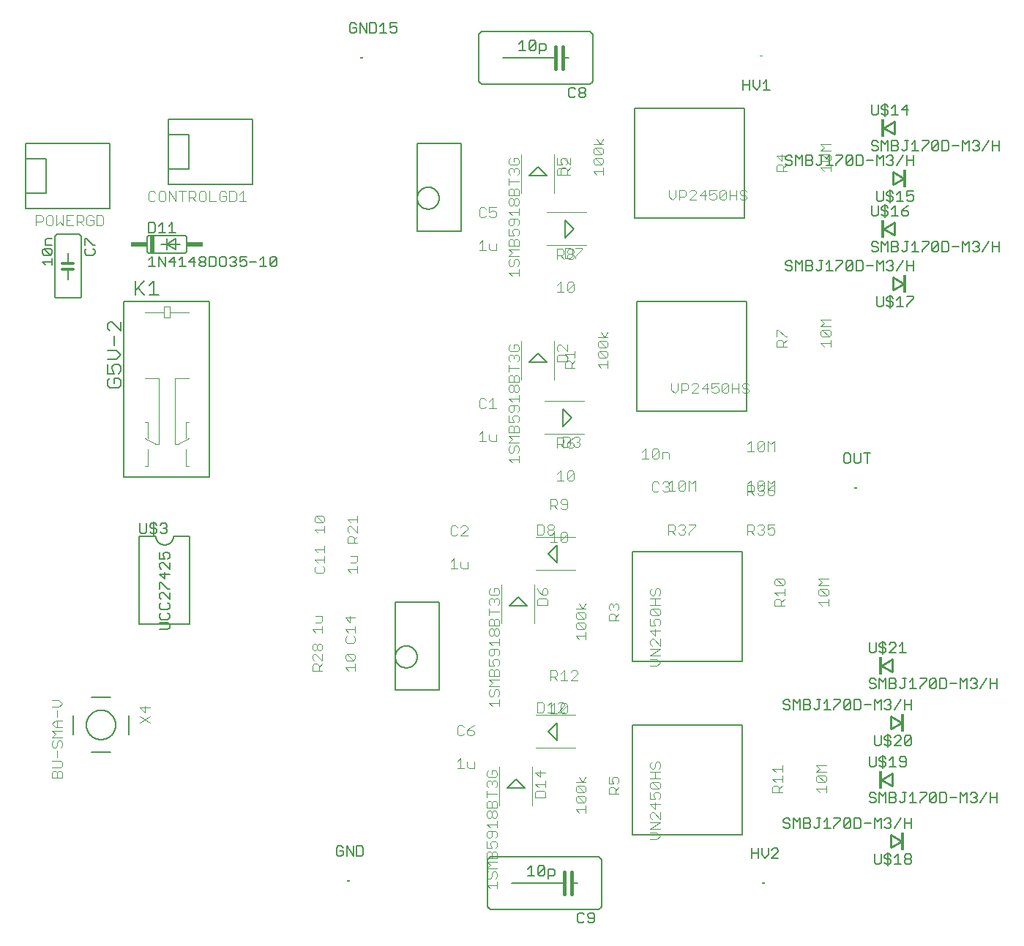
<source format=gto>
G75*
%MOIN*%
%OFA0B0*%
%FSLAX25Y25*%
%IPPOS*%
%LPD*%
%AMOC8*
5,1,8,0,0,1.08239X$1,22.5*
%
%ADD10C,0.00800*%
%ADD11C,0.00400*%
%ADD12C,0.00600*%
%ADD13C,0.00500*%
%ADD14C,0.00700*%
%ADD15R,0.02000X0.08000*%
%ADD16R,0.07500X0.02000*%
%ADD17C,0.00000*%
%ADD18C,0.01200*%
%ADD19C,0.01600*%
%ADD20C,0.01000*%
%ADD21R,0.01181X0.08268*%
D10*
X0041469Y0091402D02*
X0050131Y0091402D01*
X0058398Y0099669D02*
X0058398Y0108331D01*
X0050131Y0116598D02*
X0041469Y0116598D01*
X0033202Y0108331D02*
X0033202Y0099669D01*
X0039107Y0104000D02*
X0039109Y0104164D01*
X0039115Y0104328D01*
X0039125Y0104492D01*
X0039139Y0104656D01*
X0039157Y0104819D01*
X0039179Y0104982D01*
X0039206Y0105144D01*
X0039236Y0105306D01*
X0039270Y0105466D01*
X0039308Y0105626D01*
X0039349Y0105785D01*
X0039395Y0105943D01*
X0039445Y0106099D01*
X0039498Y0106255D01*
X0039555Y0106409D01*
X0039616Y0106561D01*
X0039681Y0106712D01*
X0039750Y0106862D01*
X0039822Y0107009D01*
X0039897Y0107155D01*
X0039977Y0107299D01*
X0040059Y0107441D01*
X0040145Y0107581D01*
X0040235Y0107718D01*
X0040328Y0107854D01*
X0040424Y0107987D01*
X0040524Y0108118D01*
X0040626Y0108246D01*
X0040732Y0108372D01*
X0040841Y0108495D01*
X0040953Y0108615D01*
X0041067Y0108733D01*
X0041185Y0108847D01*
X0041305Y0108959D01*
X0041428Y0109068D01*
X0041554Y0109174D01*
X0041682Y0109276D01*
X0041813Y0109376D01*
X0041946Y0109472D01*
X0042082Y0109565D01*
X0042219Y0109655D01*
X0042359Y0109741D01*
X0042501Y0109823D01*
X0042645Y0109903D01*
X0042791Y0109978D01*
X0042938Y0110050D01*
X0043088Y0110119D01*
X0043239Y0110184D01*
X0043391Y0110245D01*
X0043545Y0110302D01*
X0043701Y0110355D01*
X0043857Y0110405D01*
X0044015Y0110451D01*
X0044174Y0110492D01*
X0044334Y0110530D01*
X0044494Y0110564D01*
X0044656Y0110594D01*
X0044818Y0110621D01*
X0044981Y0110643D01*
X0045144Y0110661D01*
X0045308Y0110675D01*
X0045472Y0110685D01*
X0045636Y0110691D01*
X0045800Y0110693D01*
X0045964Y0110691D01*
X0046128Y0110685D01*
X0046292Y0110675D01*
X0046456Y0110661D01*
X0046619Y0110643D01*
X0046782Y0110621D01*
X0046944Y0110594D01*
X0047106Y0110564D01*
X0047266Y0110530D01*
X0047426Y0110492D01*
X0047585Y0110451D01*
X0047743Y0110405D01*
X0047899Y0110355D01*
X0048055Y0110302D01*
X0048209Y0110245D01*
X0048361Y0110184D01*
X0048512Y0110119D01*
X0048662Y0110050D01*
X0048809Y0109978D01*
X0048955Y0109903D01*
X0049099Y0109823D01*
X0049241Y0109741D01*
X0049381Y0109655D01*
X0049518Y0109565D01*
X0049654Y0109472D01*
X0049787Y0109376D01*
X0049918Y0109276D01*
X0050046Y0109174D01*
X0050172Y0109068D01*
X0050295Y0108959D01*
X0050415Y0108847D01*
X0050533Y0108733D01*
X0050647Y0108615D01*
X0050759Y0108495D01*
X0050868Y0108372D01*
X0050974Y0108246D01*
X0051076Y0108118D01*
X0051176Y0107987D01*
X0051272Y0107854D01*
X0051365Y0107718D01*
X0051455Y0107581D01*
X0051541Y0107441D01*
X0051623Y0107299D01*
X0051703Y0107155D01*
X0051778Y0107009D01*
X0051850Y0106862D01*
X0051919Y0106712D01*
X0051984Y0106561D01*
X0052045Y0106409D01*
X0052102Y0106255D01*
X0052155Y0106099D01*
X0052205Y0105943D01*
X0052251Y0105785D01*
X0052292Y0105626D01*
X0052330Y0105466D01*
X0052364Y0105306D01*
X0052394Y0105144D01*
X0052421Y0104982D01*
X0052443Y0104819D01*
X0052461Y0104656D01*
X0052475Y0104492D01*
X0052485Y0104328D01*
X0052491Y0104164D01*
X0052493Y0104000D01*
X0052491Y0103836D01*
X0052485Y0103672D01*
X0052475Y0103508D01*
X0052461Y0103344D01*
X0052443Y0103181D01*
X0052421Y0103018D01*
X0052394Y0102856D01*
X0052364Y0102694D01*
X0052330Y0102534D01*
X0052292Y0102374D01*
X0052251Y0102215D01*
X0052205Y0102057D01*
X0052155Y0101901D01*
X0052102Y0101745D01*
X0052045Y0101591D01*
X0051984Y0101439D01*
X0051919Y0101288D01*
X0051850Y0101138D01*
X0051778Y0100991D01*
X0051703Y0100845D01*
X0051623Y0100701D01*
X0051541Y0100559D01*
X0051455Y0100419D01*
X0051365Y0100282D01*
X0051272Y0100146D01*
X0051176Y0100013D01*
X0051076Y0099882D01*
X0050974Y0099754D01*
X0050868Y0099628D01*
X0050759Y0099505D01*
X0050647Y0099385D01*
X0050533Y0099267D01*
X0050415Y0099153D01*
X0050295Y0099041D01*
X0050172Y0098932D01*
X0050046Y0098826D01*
X0049918Y0098724D01*
X0049787Y0098624D01*
X0049654Y0098528D01*
X0049518Y0098435D01*
X0049381Y0098345D01*
X0049241Y0098259D01*
X0049099Y0098177D01*
X0048955Y0098097D01*
X0048809Y0098022D01*
X0048662Y0097950D01*
X0048512Y0097881D01*
X0048361Y0097816D01*
X0048209Y0097755D01*
X0048055Y0097698D01*
X0047899Y0097645D01*
X0047743Y0097595D01*
X0047585Y0097549D01*
X0047426Y0097508D01*
X0047266Y0097470D01*
X0047106Y0097436D01*
X0046944Y0097406D01*
X0046782Y0097379D01*
X0046619Y0097357D01*
X0046456Y0097339D01*
X0046292Y0097325D01*
X0046128Y0097315D01*
X0045964Y0097309D01*
X0045800Y0097307D01*
X0045636Y0097309D01*
X0045472Y0097315D01*
X0045308Y0097325D01*
X0045144Y0097339D01*
X0044981Y0097357D01*
X0044818Y0097379D01*
X0044656Y0097406D01*
X0044494Y0097436D01*
X0044334Y0097470D01*
X0044174Y0097508D01*
X0044015Y0097549D01*
X0043857Y0097595D01*
X0043701Y0097645D01*
X0043545Y0097698D01*
X0043391Y0097755D01*
X0043239Y0097816D01*
X0043088Y0097881D01*
X0042938Y0097950D01*
X0042791Y0098022D01*
X0042645Y0098097D01*
X0042501Y0098177D01*
X0042359Y0098259D01*
X0042219Y0098345D01*
X0042082Y0098435D01*
X0041946Y0098528D01*
X0041813Y0098624D01*
X0041682Y0098724D01*
X0041554Y0098826D01*
X0041428Y0098932D01*
X0041305Y0099041D01*
X0041185Y0099153D01*
X0041067Y0099267D01*
X0040953Y0099385D01*
X0040841Y0099505D01*
X0040732Y0099628D01*
X0040626Y0099754D01*
X0040524Y0099882D01*
X0040424Y0100013D01*
X0040328Y0100146D01*
X0040235Y0100282D01*
X0040145Y0100419D01*
X0040059Y0100559D01*
X0039977Y0100701D01*
X0039897Y0100845D01*
X0039822Y0100991D01*
X0039750Y0101138D01*
X0039681Y0101288D01*
X0039616Y0101439D01*
X0039555Y0101591D01*
X0039498Y0101745D01*
X0039445Y0101901D01*
X0039395Y0102057D01*
X0039349Y0102215D01*
X0039308Y0102374D01*
X0039270Y0102534D01*
X0039236Y0102694D01*
X0039206Y0102856D01*
X0039179Y0103018D01*
X0039157Y0103181D01*
X0039139Y0103344D01*
X0039125Y0103508D01*
X0039115Y0103672D01*
X0039109Y0103836D01*
X0039107Y0104000D01*
X0230863Y0075240D02*
X0238737Y0075240D01*
X0234800Y0079268D01*
X0230863Y0075240D01*
X0253560Y0097063D02*
X0253560Y0104937D01*
X0249532Y0101000D01*
X0253560Y0097063D01*
X0239737Y0158240D02*
X0231863Y0158240D01*
X0235800Y0162268D01*
X0239737Y0158240D01*
X0253560Y0178063D02*
X0253560Y0185937D01*
X0249532Y0182000D01*
X0253560Y0178063D01*
X0256040Y0240063D02*
X0256040Y0247937D01*
X0260068Y0244000D01*
X0256040Y0240063D01*
X0248737Y0269240D02*
X0240863Y0269240D01*
X0244800Y0273268D01*
X0248737Y0269240D01*
X0257040Y0326063D02*
X0257040Y0333937D01*
X0261068Y0330000D01*
X0257040Y0326063D01*
X0248737Y0354240D02*
X0240863Y0354240D01*
X0244800Y0358268D01*
X0248737Y0354240D01*
X0114796Y0350098D02*
X0114796Y0380000D01*
X0076312Y0380000D01*
X0076312Y0372913D01*
X0085859Y0372913D01*
X0085859Y0357185D01*
X0076312Y0357185D01*
X0076312Y0350098D01*
X0114796Y0350098D01*
X0076312Y0357185D02*
X0076312Y0372913D01*
X0049796Y0369000D02*
X0011312Y0369000D01*
X0011312Y0361913D01*
X0020859Y0361913D01*
X0020859Y0346185D01*
X0011312Y0346185D01*
X0011312Y0339098D01*
X0049796Y0339098D01*
X0049796Y0369000D01*
X0011312Y0361913D02*
X0011312Y0346185D01*
D11*
X0023496Y0082170D02*
X0023496Y0079869D01*
X0028100Y0079869D01*
X0028100Y0082170D01*
X0027333Y0082938D01*
X0026565Y0082938D01*
X0025798Y0082170D01*
X0025798Y0079869D01*
X0025798Y0082170D02*
X0025031Y0082938D01*
X0024263Y0082938D01*
X0023496Y0082170D01*
X0023496Y0084472D02*
X0027333Y0084472D01*
X0028100Y0085240D01*
X0028100Y0086774D01*
X0027333Y0087542D01*
X0023496Y0087542D01*
X0025798Y0089076D02*
X0025798Y0092146D01*
X0025031Y0093680D02*
X0025798Y0094448D01*
X0025798Y0095982D01*
X0026565Y0096750D01*
X0027333Y0096750D01*
X0028100Y0095982D01*
X0028100Y0094448D01*
X0027333Y0093680D01*
X0025031Y0093680D02*
X0024263Y0093680D01*
X0023496Y0094448D01*
X0023496Y0095982D01*
X0024263Y0096750D01*
X0023496Y0098284D02*
X0025031Y0099819D01*
X0023496Y0101354D01*
X0028100Y0101354D01*
X0028100Y0102888D02*
X0025031Y0102888D01*
X0023496Y0104423D01*
X0025031Y0105957D01*
X0028100Y0105957D01*
X0025798Y0105957D02*
X0025798Y0102888D01*
X0025798Y0107492D02*
X0025798Y0110561D01*
X0026565Y0112096D02*
X0028100Y0113631D01*
X0026565Y0115165D01*
X0023496Y0115165D01*
X0023496Y0112096D02*
X0026565Y0112096D01*
X0028100Y0098284D02*
X0023496Y0098284D01*
X0063496Y0104992D02*
X0068100Y0108061D01*
X0065798Y0109596D02*
X0065798Y0112665D01*
X0068100Y0111898D02*
X0063496Y0111898D01*
X0065798Y0109596D01*
X0063496Y0108061D02*
X0068100Y0104992D01*
X0141996Y0128700D02*
X0141996Y0131002D01*
X0142763Y0131769D01*
X0144298Y0131769D01*
X0145065Y0131002D01*
X0145065Y0128700D01*
X0145065Y0130235D02*
X0146600Y0131769D01*
X0146600Y0133304D02*
X0143531Y0136373D01*
X0142763Y0136373D01*
X0141996Y0135606D01*
X0141996Y0134071D01*
X0142763Y0133304D01*
X0146600Y0133304D02*
X0146600Y0136373D01*
X0145833Y0137908D02*
X0145065Y0137908D01*
X0144298Y0138675D01*
X0144298Y0140210D01*
X0145065Y0140977D01*
X0145833Y0140977D01*
X0146600Y0140210D01*
X0146600Y0138675D01*
X0145833Y0137908D01*
X0144298Y0138675D02*
X0143531Y0137908D01*
X0142763Y0137908D01*
X0141996Y0138675D01*
X0141996Y0140210D01*
X0142763Y0140977D01*
X0143531Y0140977D01*
X0144298Y0140210D01*
X0143531Y0145992D02*
X0141996Y0147527D01*
X0146600Y0147527D01*
X0146600Y0149061D02*
X0146600Y0145992D01*
X0145833Y0150596D02*
X0143531Y0150596D01*
X0145833Y0150596D02*
X0146600Y0151363D01*
X0146600Y0153665D01*
X0143531Y0153665D01*
X0156996Y0152898D02*
X0159298Y0150596D01*
X0159298Y0153665D01*
X0161600Y0152898D02*
X0156996Y0152898D01*
X0156996Y0147527D02*
X0161600Y0147527D01*
X0161600Y0149061D02*
X0161600Y0145992D01*
X0160833Y0144457D02*
X0161600Y0143690D01*
X0161600Y0142156D01*
X0160833Y0141388D01*
X0157763Y0141388D01*
X0156996Y0142156D01*
X0156996Y0143690D01*
X0157763Y0144457D01*
X0158531Y0145992D02*
X0156996Y0147527D01*
X0157763Y0136373D02*
X0160833Y0133304D01*
X0161600Y0134071D01*
X0161600Y0135606D01*
X0160833Y0136373D01*
X0157763Y0136373D01*
X0156996Y0135606D01*
X0156996Y0134071D01*
X0157763Y0133304D01*
X0160833Y0133304D01*
X0161600Y0131769D02*
X0161600Y0128700D01*
X0161600Y0130235D02*
X0156996Y0130235D01*
X0158531Y0128700D01*
X0146600Y0128700D02*
X0141996Y0128700D01*
X0143763Y0173200D02*
X0146833Y0173200D01*
X0147600Y0173967D01*
X0147600Y0175502D01*
X0146833Y0176269D01*
X0147600Y0177804D02*
X0147600Y0180873D01*
X0147600Y0179339D02*
X0142996Y0179339D01*
X0144531Y0177804D01*
X0143763Y0176269D02*
X0142996Y0175502D01*
X0142996Y0173967D01*
X0143763Y0173200D01*
X0144531Y0182408D02*
X0142996Y0183942D01*
X0147600Y0183942D01*
X0147600Y0182408D02*
X0147600Y0185477D01*
X0147600Y0191492D02*
X0147600Y0194561D01*
X0147600Y0193027D02*
X0142996Y0193027D01*
X0144531Y0191492D01*
X0143763Y0196096D02*
X0142996Y0196863D01*
X0142996Y0198398D01*
X0143763Y0199165D01*
X0146833Y0196096D01*
X0147600Y0196863D01*
X0147600Y0198398D01*
X0146833Y0199165D01*
X0143763Y0199165D01*
X0143763Y0196096D02*
X0146833Y0196096D01*
X0157996Y0197631D02*
X0162600Y0197631D01*
X0162600Y0199165D02*
X0162600Y0196096D01*
X0162600Y0194561D02*
X0162600Y0191492D01*
X0159531Y0194561D01*
X0158763Y0194561D01*
X0157996Y0193794D01*
X0157996Y0192259D01*
X0158763Y0191492D01*
X0158763Y0189957D02*
X0160298Y0189957D01*
X0161065Y0189190D01*
X0161065Y0186888D01*
X0161065Y0188423D02*
X0162600Y0189957D01*
X0162600Y0186888D02*
X0157996Y0186888D01*
X0157996Y0189190D01*
X0158763Y0189957D01*
X0159531Y0196096D02*
X0157996Y0197631D01*
X0159531Y0180873D02*
X0162600Y0180873D01*
X0162600Y0178571D01*
X0161833Y0177804D01*
X0159531Y0177804D01*
X0162600Y0176269D02*
X0162600Y0173200D01*
X0162600Y0174735D02*
X0157996Y0174735D01*
X0159531Y0173200D01*
X0205000Y0175200D02*
X0208069Y0175200D01*
X0206535Y0175200D02*
X0206535Y0179804D01*
X0205000Y0178269D01*
X0209604Y0178269D02*
X0209604Y0175967D01*
X0210371Y0175200D01*
X0212673Y0175200D01*
X0212673Y0178269D01*
X0212673Y0190200D02*
X0209604Y0190200D01*
X0212673Y0193269D01*
X0212673Y0194037D01*
X0211906Y0194804D01*
X0210371Y0194804D01*
X0209604Y0194037D01*
X0208069Y0194037D02*
X0207302Y0194804D01*
X0205767Y0194804D01*
X0205000Y0194037D01*
X0205000Y0190967D01*
X0205767Y0190200D01*
X0207302Y0190200D01*
X0208069Y0190967D01*
X0228300Y0167900D02*
X0228300Y0150100D01*
X0227100Y0149284D02*
X0227100Y0151586D01*
X0226333Y0152353D01*
X0225565Y0152353D01*
X0224798Y0151586D01*
X0224798Y0149284D01*
X0224031Y0147750D02*
X0224798Y0146982D01*
X0224798Y0145448D01*
X0224031Y0144680D01*
X0223263Y0144680D01*
X0222496Y0145448D01*
X0222496Y0146982D01*
X0223263Y0147750D01*
X0224031Y0147750D01*
X0224798Y0146982D02*
X0225565Y0147750D01*
X0226333Y0147750D01*
X0227100Y0146982D01*
X0227100Y0145448D01*
X0226333Y0144680D01*
X0225565Y0144680D01*
X0224798Y0145448D01*
X0227100Y0143146D02*
X0227100Y0140076D01*
X0227100Y0141611D02*
X0222496Y0141611D01*
X0224031Y0140076D01*
X0224798Y0138542D02*
X0224798Y0136240D01*
X0224031Y0135472D01*
X0223263Y0135472D01*
X0222496Y0136240D01*
X0222496Y0137774D01*
X0223263Y0138542D01*
X0226333Y0138542D01*
X0227100Y0137774D01*
X0227100Y0136240D01*
X0226333Y0135472D01*
X0226333Y0133938D02*
X0227100Y0133170D01*
X0227100Y0131636D01*
X0226333Y0130868D01*
X0226333Y0129334D02*
X0227100Y0128567D01*
X0227100Y0126265D01*
X0222496Y0126265D01*
X0222496Y0128567D01*
X0223263Y0129334D01*
X0224031Y0129334D01*
X0224798Y0128567D01*
X0224798Y0126265D01*
X0224798Y0128567D02*
X0225565Y0129334D01*
X0226333Y0129334D01*
X0224798Y0130868D02*
X0224031Y0132403D01*
X0224031Y0133170D01*
X0224798Y0133938D01*
X0226333Y0133938D01*
X0224798Y0130868D02*
X0222496Y0130868D01*
X0222496Y0133938D01*
X0222496Y0124730D02*
X0227100Y0124730D01*
X0227100Y0121661D02*
X0222496Y0121661D01*
X0224031Y0123195D01*
X0222496Y0124730D01*
X0223263Y0120126D02*
X0222496Y0119359D01*
X0222496Y0117824D01*
X0223263Y0117057D01*
X0224031Y0117057D01*
X0224798Y0117824D01*
X0224798Y0119359D01*
X0225565Y0120126D01*
X0226333Y0120126D01*
X0227100Y0119359D01*
X0227100Y0117824D01*
X0226333Y0117057D01*
X0227100Y0115522D02*
X0227100Y0112453D01*
X0227100Y0113987D02*
X0222496Y0113987D01*
X0224031Y0112453D01*
X0215673Y0103804D02*
X0214139Y0103037D01*
X0212604Y0101502D01*
X0214906Y0101502D01*
X0215673Y0100735D01*
X0215673Y0099967D01*
X0214906Y0099200D01*
X0213371Y0099200D01*
X0212604Y0099967D01*
X0212604Y0101502D01*
X0211069Y0103037D02*
X0210302Y0103804D01*
X0208767Y0103804D01*
X0208000Y0103037D01*
X0208000Y0099967D01*
X0208767Y0099200D01*
X0210302Y0099200D01*
X0211069Y0099967D01*
X0209535Y0088804D02*
X0208000Y0087269D01*
X0209535Y0088804D02*
X0209535Y0084200D01*
X0211069Y0084200D02*
X0208000Y0084200D01*
X0212604Y0084967D02*
X0212604Y0087269D01*
X0212604Y0084967D02*
X0213371Y0084200D01*
X0215673Y0084200D01*
X0215673Y0087269D01*
X0221496Y0082398D02*
X0221496Y0080863D01*
X0222263Y0080096D01*
X0225333Y0080096D01*
X0226100Y0080863D01*
X0226100Y0082398D01*
X0225333Y0083165D01*
X0223798Y0083165D01*
X0223798Y0081631D01*
X0222263Y0083165D02*
X0221496Y0082398D01*
X0222263Y0078561D02*
X0223031Y0078561D01*
X0223798Y0077794D01*
X0224565Y0078561D01*
X0225333Y0078561D01*
X0226100Y0077794D01*
X0226100Y0076259D01*
X0225333Y0075492D01*
X0223798Y0077027D02*
X0223798Y0077794D01*
X0222263Y0078561D02*
X0221496Y0077794D01*
X0221496Y0076259D01*
X0222263Y0075492D01*
X0221496Y0073957D02*
X0221496Y0070888D01*
X0221496Y0072423D02*
X0226100Y0072423D01*
X0225333Y0069353D02*
X0226100Y0068586D01*
X0226100Y0066284D01*
X0221496Y0066284D01*
X0221496Y0068586D01*
X0222263Y0069353D01*
X0223031Y0069353D01*
X0223798Y0068586D01*
X0223798Y0066284D01*
X0223031Y0064750D02*
X0223798Y0063982D01*
X0223798Y0062448D01*
X0223031Y0061680D01*
X0222263Y0061680D01*
X0221496Y0062448D01*
X0221496Y0063982D01*
X0222263Y0064750D01*
X0223031Y0064750D01*
X0223798Y0063982D02*
X0224565Y0064750D01*
X0225333Y0064750D01*
X0226100Y0063982D01*
X0226100Y0062448D01*
X0225333Y0061680D01*
X0224565Y0061680D01*
X0223798Y0062448D01*
X0226100Y0060146D02*
X0226100Y0057076D01*
X0226100Y0058611D02*
X0221496Y0058611D01*
X0223031Y0057076D01*
X0223798Y0055542D02*
X0223798Y0053240D01*
X0223031Y0052472D01*
X0222263Y0052472D01*
X0221496Y0053240D01*
X0221496Y0054774D01*
X0222263Y0055542D01*
X0225333Y0055542D01*
X0226100Y0054774D01*
X0226100Y0053240D01*
X0225333Y0052472D01*
X0225333Y0050938D02*
X0226100Y0050170D01*
X0226100Y0048636D01*
X0225333Y0047868D01*
X0225333Y0046334D02*
X0226100Y0045567D01*
X0226100Y0043265D01*
X0221496Y0043265D01*
X0221496Y0045567D01*
X0222263Y0046334D01*
X0223031Y0046334D01*
X0223798Y0045567D01*
X0223798Y0043265D01*
X0223798Y0045567D02*
X0224565Y0046334D01*
X0225333Y0046334D01*
X0223798Y0047868D02*
X0221496Y0047868D01*
X0221496Y0050938D01*
X0223031Y0050170D02*
X0223798Y0050938D01*
X0225333Y0050938D01*
X0223031Y0050170D02*
X0223031Y0049403D01*
X0223798Y0047868D01*
X0221496Y0041730D02*
X0226100Y0041730D01*
X0226100Y0038661D02*
X0221496Y0038661D01*
X0223031Y0040195D01*
X0221496Y0041730D01*
X0222263Y0037126D02*
X0221496Y0036359D01*
X0221496Y0034824D01*
X0222263Y0034057D01*
X0223031Y0034057D01*
X0223798Y0034824D01*
X0223798Y0036359D01*
X0224565Y0037126D01*
X0225333Y0037126D01*
X0226100Y0036359D01*
X0226100Y0034824D01*
X0225333Y0034057D01*
X0226100Y0032522D02*
X0226100Y0029453D01*
X0226100Y0030987D02*
X0221496Y0030987D01*
X0223031Y0029453D01*
X0227300Y0067100D02*
X0227300Y0084900D01*
X0225333Y0069353D02*
X0224565Y0069353D01*
X0223798Y0068586D01*
X0242300Y0067100D02*
X0242300Y0084900D01*
X0243496Y0082398D02*
X0245798Y0080096D01*
X0245798Y0083165D01*
X0248100Y0082398D02*
X0243496Y0082398D01*
X0243496Y0077027D02*
X0248100Y0077027D01*
X0248100Y0078561D02*
X0248100Y0075492D01*
X0247333Y0073957D02*
X0244263Y0073957D01*
X0243496Y0073190D01*
X0243496Y0070888D01*
X0248100Y0070888D01*
X0248100Y0073190D01*
X0247333Y0073957D01*
X0245031Y0075492D02*
X0243496Y0077027D01*
X0243900Y0093500D02*
X0261700Y0093500D01*
X0263531Y0080165D02*
X0265065Y0077863D01*
X0266600Y0080165D01*
X0266600Y0077863D02*
X0261996Y0077863D01*
X0262763Y0076329D02*
X0265833Y0073259D01*
X0266600Y0074027D01*
X0266600Y0075561D01*
X0265833Y0076329D01*
X0262763Y0076329D01*
X0261996Y0075561D01*
X0261996Y0074027D01*
X0262763Y0073259D01*
X0265833Y0073259D01*
X0265833Y0071725D02*
X0262763Y0071725D01*
X0265833Y0068656D01*
X0266600Y0069423D01*
X0266600Y0070957D01*
X0265833Y0071725D01*
X0265833Y0068656D02*
X0262763Y0068656D01*
X0261996Y0069423D01*
X0261996Y0070957D01*
X0262763Y0071725D01*
X0266600Y0067121D02*
X0266600Y0064052D01*
X0266600Y0065586D02*
X0261996Y0065586D01*
X0263531Y0064052D01*
X0276996Y0072492D02*
X0276996Y0074794D01*
X0277763Y0075561D01*
X0279298Y0075561D01*
X0280065Y0074794D01*
X0280065Y0072492D01*
X0280065Y0074027D02*
X0281600Y0075561D01*
X0280833Y0077096D02*
X0281600Y0077863D01*
X0281600Y0079398D01*
X0280833Y0080165D01*
X0279298Y0080165D01*
X0278531Y0079398D01*
X0278531Y0078631D01*
X0279298Y0077096D01*
X0276996Y0077096D01*
X0276996Y0080165D01*
X0276996Y0072492D02*
X0281600Y0072492D01*
X0295890Y0073322D02*
X0295890Y0070253D01*
X0298192Y0070253D01*
X0297425Y0071788D01*
X0297425Y0072555D01*
X0298192Y0073322D01*
X0299727Y0073322D01*
X0300494Y0072555D01*
X0300494Y0071020D01*
X0299727Y0070253D01*
X0298192Y0068718D02*
X0298192Y0065649D01*
X0295890Y0067951D01*
X0300494Y0067951D01*
X0300494Y0064115D02*
X0300494Y0061045D01*
X0297425Y0064115D01*
X0296657Y0064115D01*
X0295890Y0063347D01*
X0295890Y0061813D01*
X0296657Y0061045D01*
X0295890Y0059511D02*
X0300494Y0059511D01*
X0295890Y0056441D01*
X0300494Y0056441D01*
X0298959Y0054907D02*
X0295890Y0054907D01*
X0298959Y0054907D02*
X0300494Y0053372D01*
X0298959Y0051837D01*
X0295890Y0051837D01*
X0296657Y0074857D02*
X0295890Y0075624D01*
X0295890Y0077159D01*
X0296657Y0077926D01*
X0299727Y0074857D01*
X0300494Y0075624D01*
X0300494Y0077159D01*
X0299727Y0077926D01*
X0296657Y0077926D01*
X0295890Y0079461D02*
X0300494Y0079461D01*
X0298192Y0079461D02*
X0298192Y0082530D01*
X0297425Y0084065D02*
X0298192Y0084832D01*
X0298192Y0086367D01*
X0298959Y0087134D01*
X0299727Y0087134D01*
X0300494Y0086367D01*
X0300494Y0084832D01*
X0299727Y0084065D01*
X0300494Y0082530D02*
X0295890Y0082530D01*
X0296657Y0084065D02*
X0297425Y0084065D01*
X0296657Y0084065D02*
X0295890Y0084832D01*
X0295890Y0086367D01*
X0296657Y0087134D01*
X0296657Y0074857D02*
X0299727Y0074857D01*
X0261700Y0108500D02*
X0243900Y0108500D01*
X0244500Y0109700D02*
X0246802Y0109700D01*
X0247569Y0110467D01*
X0247569Y0113537D01*
X0246802Y0114304D01*
X0244500Y0114304D01*
X0244500Y0109700D01*
X0249104Y0109700D02*
X0252173Y0109700D01*
X0252035Y0109200D02*
X0252035Y0113804D01*
X0250500Y0112269D01*
X0249104Y0112769D02*
X0250639Y0114304D01*
X0250639Y0109700D01*
X0250500Y0109200D02*
X0253569Y0109200D01*
X0253708Y0109700D02*
X0256777Y0112769D01*
X0256777Y0113537D01*
X0256010Y0114304D01*
X0254475Y0114304D01*
X0253708Y0113537D01*
X0255104Y0113037D02*
X0255104Y0109967D01*
X0258173Y0113037D01*
X0258173Y0109967D01*
X0257406Y0109200D01*
X0255871Y0109200D01*
X0255104Y0109967D01*
X0253708Y0109700D02*
X0256777Y0109700D01*
X0258173Y0113037D02*
X0257406Y0113804D01*
X0255871Y0113804D01*
X0255104Y0113037D01*
X0255104Y0124200D02*
X0258173Y0124200D01*
X0256639Y0124200D02*
X0256639Y0128804D01*
X0255104Y0127269D01*
X0253569Y0126502D02*
X0252802Y0125735D01*
X0250500Y0125735D01*
X0252035Y0125735D02*
X0253569Y0124200D01*
X0253569Y0126502D02*
X0253569Y0128037D01*
X0252802Y0128804D01*
X0250500Y0128804D01*
X0250500Y0124200D01*
X0259708Y0124200D02*
X0262777Y0127269D01*
X0262777Y0128037D01*
X0262010Y0128804D01*
X0260475Y0128804D01*
X0259708Y0128037D01*
X0259708Y0124200D02*
X0262777Y0124200D01*
X0263531Y0143052D02*
X0261996Y0144586D01*
X0266600Y0144586D01*
X0266600Y0143052D02*
X0266600Y0146121D01*
X0265833Y0147656D02*
X0262763Y0150725D01*
X0265833Y0150725D01*
X0266600Y0149957D01*
X0266600Y0148423D01*
X0265833Y0147656D01*
X0262763Y0147656D01*
X0261996Y0148423D01*
X0261996Y0149957D01*
X0262763Y0150725D01*
X0262763Y0152259D02*
X0261996Y0153027D01*
X0261996Y0154561D01*
X0262763Y0155329D01*
X0265833Y0152259D01*
X0266600Y0153027D01*
X0266600Y0154561D01*
X0265833Y0155329D01*
X0262763Y0155329D01*
X0261996Y0156863D02*
X0266600Y0156863D01*
X0265065Y0156863D02*
X0263531Y0159165D01*
X0265065Y0156863D02*
X0266600Y0159165D01*
X0265833Y0152259D02*
X0262763Y0152259D01*
X0276996Y0151492D02*
X0276996Y0153794D01*
X0277763Y0154561D01*
X0279298Y0154561D01*
X0280065Y0153794D01*
X0280065Y0151492D01*
X0280065Y0153027D02*
X0281600Y0154561D01*
X0280833Y0156096D02*
X0281600Y0156863D01*
X0281600Y0158398D01*
X0280833Y0159165D01*
X0280065Y0159165D01*
X0279298Y0158398D01*
X0279298Y0157631D01*
X0279298Y0158398D02*
X0278531Y0159165D01*
X0277763Y0159165D01*
X0276996Y0158398D01*
X0276996Y0156863D01*
X0277763Y0156096D01*
X0276996Y0151492D02*
X0281600Y0151492D01*
X0295890Y0152322D02*
X0295890Y0149253D01*
X0298192Y0149253D01*
X0297425Y0150788D01*
X0297425Y0151555D01*
X0298192Y0152322D01*
X0299727Y0152322D01*
X0300494Y0151555D01*
X0300494Y0150020D01*
X0299727Y0149253D01*
X0298192Y0147718D02*
X0298192Y0144649D01*
X0295890Y0146951D01*
X0300494Y0146951D01*
X0300494Y0143115D02*
X0300494Y0140045D01*
X0297425Y0143115D01*
X0296657Y0143115D01*
X0295890Y0142347D01*
X0295890Y0140813D01*
X0296657Y0140045D01*
X0295890Y0138511D02*
X0300494Y0138511D01*
X0295890Y0135441D01*
X0300494Y0135441D01*
X0298959Y0133907D02*
X0300494Y0132372D01*
X0298959Y0130837D01*
X0295890Y0130837D01*
X0295890Y0133907D02*
X0298959Y0133907D01*
X0299727Y0153857D02*
X0296657Y0156926D01*
X0299727Y0156926D01*
X0300494Y0156159D01*
X0300494Y0154624D01*
X0299727Y0153857D01*
X0296657Y0153857D01*
X0295890Y0154624D01*
X0295890Y0156159D01*
X0296657Y0156926D01*
X0295890Y0158461D02*
X0300494Y0158461D01*
X0298192Y0158461D02*
X0298192Y0161530D01*
X0297425Y0163065D02*
X0298192Y0163832D01*
X0298192Y0165367D01*
X0298959Y0166134D01*
X0299727Y0166134D01*
X0300494Y0165367D01*
X0300494Y0163832D01*
X0299727Y0163065D01*
X0300494Y0161530D02*
X0295890Y0161530D01*
X0296657Y0163065D02*
X0297425Y0163065D01*
X0296657Y0163065D02*
X0295890Y0163832D01*
X0295890Y0165367D01*
X0296657Y0166134D01*
X0304188Y0190700D02*
X0304188Y0195304D01*
X0306490Y0195304D01*
X0307257Y0194537D01*
X0307257Y0193002D01*
X0306490Y0192235D01*
X0304188Y0192235D01*
X0305723Y0192235D02*
X0307257Y0190700D01*
X0308792Y0191467D02*
X0309559Y0190700D01*
X0311094Y0190700D01*
X0311861Y0191467D01*
X0311861Y0192235D01*
X0311094Y0193002D01*
X0310327Y0193002D01*
X0311094Y0193002D02*
X0311861Y0193769D01*
X0311861Y0194537D01*
X0311094Y0195304D01*
X0309559Y0195304D01*
X0308792Y0194537D01*
X0313396Y0195304D02*
X0316465Y0195304D01*
X0316465Y0194537D01*
X0313396Y0191467D01*
X0313396Y0190700D01*
X0313396Y0210700D02*
X0313396Y0215304D01*
X0314931Y0213769D01*
X0316465Y0215304D01*
X0316465Y0210700D01*
X0311861Y0211467D02*
X0311861Y0214537D01*
X0308792Y0211467D01*
X0309559Y0210700D01*
X0311094Y0210700D01*
X0311861Y0211467D01*
X0308792Y0211467D02*
X0308792Y0214537D01*
X0309559Y0215304D01*
X0311094Y0215304D01*
X0311861Y0214537D01*
X0307257Y0210700D02*
X0304188Y0210700D01*
X0304465Y0210967D02*
X0303698Y0210200D01*
X0302163Y0210200D01*
X0301396Y0210967D01*
X0299861Y0210967D02*
X0299094Y0210200D01*
X0297559Y0210200D01*
X0296792Y0210967D01*
X0296792Y0214037D01*
X0297559Y0214804D01*
X0299094Y0214804D01*
X0299861Y0214037D01*
X0301396Y0214037D02*
X0302163Y0214804D01*
X0303698Y0214804D01*
X0304465Y0214037D01*
X0304465Y0213269D01*
X0303698Y0212502D01*
X0304465Y0211735D01*
X0304465Y0210967D01*
X0305723Y0210700D02*
X0305723Y0215304D01*
X0304188Y0213769D01*
X0303698Y0212502D02*
X0302931Y0212502D01*
X0304465Y0225200D02*
X0304465Y0227502D01*
X0303698Y0228269D01*
X0301396Y0228269D01*
X0301396Y0225200D01*
X0299861Y0225967D02*
X0299861Y0229037D01*
X0296792Y0225967D01*
X0297559Y0225200D01*
X0299094Y0225200D01*
X0299861Y0225967D01*
X0296792Y0225967D02*
X0296792Y0229037D01*
X0297559Y0229804D01*
X0299094Y0229804D01*
X0299861Y0229037D01*
X0295257Y0225200D02*
X0292188Y0225200D01*
X0293723Y0225200D02*
X0293723Y0229804D01*
X0292188Y0228269D01*
X0265700Y0236500D02*
X0247900Y0236500D01*
X0253500Y0234804D02*
X0255802Y0234804D01*
X0256569Y0234037D01*
X0256569Y0232502D01*
X0255802Y0231735D01*
X0253500Y0231735D01*
X0255035Y0231735D02*
X0256569Y0230200D01*
X0256292Y0230700D02*
X0258594Y0230700D01*
X0259361Y0231467D01*
X0259361Y0234537D01*
X0258594Y0235304D01*
X0256292Y0235304D01*
X0256292Y0230700D01*
X0258104Y0230967D02*
X0258871Y0230200D01*
X0260406Y0230200D01*
X0261173Y0230967D01*
X0261173Y0231735D01*
X0260406Y0232502D01*
X0258104Y0232502D01*
X0258104Y0230967D01*
X0258104Y0232502D02*
X0259639Y0234037D01*
X0261173Y0234804D01*
X0260896Y0234537D02*
X0261663Y0235304D01*
X0263198Y0235304D01*
X0263965Y0234537D01*
X0263965Y0233769D01*
X0263198Y0233002D01*
X0263965Y0232235D01*
X0263965Y0231467D01*
X0263198Y0230700D01*
X0261663Y0230700D01*
X0260896Y0231467D01*
X0262431Y0233002D02*
X0263198Y0233002D01*
X0253500Y0234804D02*
X0253500Y0230200D01*
X0255035Y0219804D02*
X0253500Y0218269D01*
X0255035Y0219804D02*
X0255035Y0215200D01*
X0256569Y0215200D02*
X0253500Y0215200D01*
X0258104Y0215967D02*
X0258104Y0219037D01*
X0258871Y0219804D01*
X0260406Y0219804D01*
X0261173Y0219037D01*
X0258104Y0215967D01*
X0258871Y0215200D01*
X0260406Y0215200D01*
X0261173Y0215967D01*
X0261173Y0219037D01*
X0257406Y0206804D02*
X0255871Y0206804D01*
X0255104Y0206037D01*
X0255104Y0205269D01*
X0255871Y0204502D01*
X0258173Y0204502D01*
X0258173Y0202967D02*
X0258173Y0206037D01*
X0257406Y0206804D01*
X0258173Y0202967D02*
X0257406Y0202200D01*
X0255871Y0202200D01*
X0255104Y0202967D01*
X0253569Y0202200D02*
X0252035Y0203735D01*
X0252802Y0203735D02*
X0250500Y0203735D01*
X0250500Y0202200D02*
X0250500Y0206804D01*
X0252802Y0206804D01*
X0253569Y0206037D01*
X0253569Y0204502D01*
X0252802Y0203735D01*
X0251406Y0195304D02*
X0249871Y0195304D01*
X0249104Y0194537D01*
X0249104Y0193769D01*
X0249871Y0193002D01*
X0251406Y0193002D01*
X0252173Y0192235D01*
X0252173Y0191467D01*
X0251406Y0190700D01*
X0249871Y0190700D01*
X0249104Y0191467D01*
X0249104Y0192235D01*
X0249871Y0193002D01*
X0251406Y0193002D02*
X0252173Y0193769D01*
X0252173Y0194537D01*
X0251406Y0195304D01*
X0252035Y0191804D02*
X0252035Y0187200D01*
X0253569Y0187200D02*
X0250500Y0187200D01*
X0250500Y0190269D02*
X0252035Y0191804D01*
X0255104Y0191037D02*
X0255871Y0191804D01*
X0257406Y0191804D01*
X0258173Y0191037D01*
X0255104Y0187967D01*
X0255871Y0187200D01*
X0257406Y0187200D01*
X0258173Y0187967D01*
X0258173Y0191037D01*
X0255104Y0191037D02*
X0255104Y0187967D01*
X0261700Y0189500D02*
X0243900Y0189500D01*
X0244500Y0190700D02*
X0246802Y0190700D01*
X0247569Y0191467D01*
X0247569Y0194537D01*
X0246802Y0195304D01*
X0244500Y0195304D01*
X0244500Y0190700D01*
X0243900Y0174500D02*
X0261700Y0174500D01*
X0249100Y0165398D02*
X0248333Y0166165D01*
X0247565Y0166165D01*
X0246798Y0165398D01*
X0246798Y0163096D01*
X0248333Y0163096D01*
X0249100Y0163863D01*
X0249100Y0165398D01*
X0246798Y0163096D02*
X0245263Y0164631D01*
X0244496Y0166165D01*
X0243300Y0167900D02*
X0243300Y0150100D01*
X0244496Y0158492D02*
X0244496Y0160794D01*
X0245263Y0161561D01*
X0248333Y0161561D01*
X0249100Y0160794D01*
X0249100Y0158492D01*
X0244496Y0158492D01*
X0227100Y0159259D02*
X0226333Y0158492D01*
X0227100Y0159259D02*
X0227100Y0160794D01*
X0226333Y0161561D01*
X0225565Y0161561D01*
X0224798Y0160794D01*
X0224798Y0160027D01*
X0224798Y0160794D02*
X0224031Y0161561D01*
X0223263Y0161561D01*
X0222496Y0160794D01*
X0222496Y0159259D01*
X0223263Y0158492D01*
X0222496Y0156957D02*
X0222496Y0153888D01*
X0222496Y0155423D02*
X0227100Y0155423D01*
X0224031Y0152353D02*
X0224798Y0151586D01*
X0224031Y0152353D02*
X0223263Y0152353D01*
X0222496Y0151586D01*
X0222496Y0149284D01*
X0227100Y0149284D01*
X0226333Y0163096D02*
X0227100Y0163863D01*
X0227100Y0165398D01*
X0226333Y0166165D01*
X0224798Y0166165D01*
X0224798Y0164631D01*
X0223263Y0166165D02*
X0222496Y0165398D01*
X0222496Y0163863D01*
X0223263Y0163096D01*
X0226333Y0163096D01*
X0233031Y0223453D02*
X0231496Y0224987D01*
X0236100Y0224987D01*
X0236100Y0223453D02*
X0236100Y0226522D01*
X0235333Y0228057D02*
X0236100Y0228824D01*
X0236100Y0230359D01*
X0235333Y0231126D01*
X0234565Y0231126D01*
X0233798Y0230359D01*
X0233798Y0228824D01*
X0233031Y0228057D01*
X0232263Y0228057D01*
X0231496Y0228824D01*
X0231496Y0230359D01*
X0232263Y0231126D01*
X0231496Y0232661D02*
X0233031Y0234195D01*
X0231496Y0235730D01*
X0236100Y0235730D01*
X0236100Y0237265D02*
X0236100Y0239567D01*
X0235333Y0240334D01*
X0234565Y0240334D01*
X0233798Y0239567D01*
X0233798Y0237265D01*
X0233798Y0239567D02*
X0233031Y0240334D01*
X0232263Y0240334D01*
X0231496Y0239567D01*
X0231496Y0237265D01*
X0236100Y0237265D01*
X0236100Y0232661D02*
X0231496Y0232661D01*
X0225673Y0233200D02*
X0225673Y0236269D01*
X0225673Y0233200D02*
X0223371Y0233200D01*
X0222604Y0233967D01*
X0222604Y0236269D01*
X0221069Y0233200D02*
X0218000Y0233200D01*
X0219535Y0233200D02*
X0219535Y0237804D01*
X0218000Y0236269D01*
X0218767Y0248200D02*
X0218000Y0248967D01*
X0218000Y0252037D01*
X0218767Y0252804D01*
X0220302Y0252804D01*
X0221069Y0252037D01*
X0222604Y0251269D02*
X0224139Y0252804D01*
X0224139Y0248200D01*
X0225673Y0248200D02*
X0222604Y0248200D01*
X0221069Y0248967D02*
X0220302Y0248200D01*
X0218767Y0248200D01*
X0231496Y0248774D02*
X0231496Y0247240D01*
X0232263Y0246472D01*
X0233031Y0246472D01*
X0233798Y0247240D01*
X0233798Y0249542D01*
X0232263Y0249542D02*
X0231496Y0248774D01*
X0232263Y0249542D02*
X0235333Y0249542D01*
X0236100Y0248774D01*
X0236100Y0247240D01*
X0235333Y0246472D01*
X0235333Y0244938D02*
X0236100Y0244170D01*
X0236100Y0242636D01*
X0235333Y0241868D01*
X0233798Y0241868D02*
X0233031Y0243403D01*
X0233031Y0244170D01*
X0233798Y0244938D01*
X0235333Y0244938D01*
X0233798Y0241868D02*
X0231496Y0241868D01*
X0231496Y0244938D01*
X0233031Y0251076D02*
X0231496Y0252611D01*
X0236100Y0252611D01*
X0236100Y0251076D02*
X0236100Y0254146D01*
X0235333Y0255680D02*
X0234565Y0255680D01*
X0233798Y0256448D01*
X0233798Y0257982D01*
X0234565Y0258750D01*
X0235333Y0258750D01*
X0236100Y0257982D01*
X0236100Y0256448D01*
X0235333Y0255680D01*
X0233798Y0256448D02*
X0233031Y0255680D01*
X0232263Y0255680D01*
X0231496Y0256448D01*
X0231496Y0257982D01*
X0232263Y0258750D01*
X0233031Y0258750D01*
X0233798Y0257982D01*
X0233798Y0260284D02*
X0233798Y0262586D01*
X0234565Y0263353D01*
X0235333Y0263353D01*
X0236100Y0262586D01*
X0236100Y0260284D01*
X0231496Y0260284D01*
X0231496Y0262586D01*
X0232263Y0263353D01*
X0233031Y0263353D01*
X0233798Y0262586D01*
X0231496Y0264888D02*
X0231496Y0267957D01*
X0231496Y0266423D02*
X0236100Y0266423D01*
X0235333Y0269492D02*
X0236100Y0270259D01*
X0236100Y0271794D01*
X0235333Y0272561D01*
X0234565Y0272561D01*
X0233798Y0271794D01*
X0233798Y0271027D01*
X0233798Y0271794D02*
X0233031Y0272561D01*
X0232263Y0272561D01*
X0231496Y0271794D01*
X0231496Y0270259D01*
X0232263Y0269492D01*
X0232263Y0274096D02*
X0231496Y0274863D01*
X0231496Y0276398D01*
X0232263Y0277165D01*
X0233798Y0277165D02*
X0233798Y0275631D01*
X0233798Y0277165D02*
X0235333Y0277165D01*
X0236100Y0276398D01*
X0236100Y0274863D01*
X0235333Y0274096D01*
X0232263Y0274096D01*
X0237300Y0278900D02*
X0237300Y0261100D01*
X0247900Y0251500D02*
X0265700Y0251500D01*
X0252300Y0261100D02*
X0252300Y0278900D01*
X0254263Y0277165D02*
X0253496Y0276398D01*
X0253496Y0274863D01*
X0254263Y0274096D01*
X0254263Y0272561D02*
X0253496Y0271794D01*
X0253496Y0269492D01*
X0258100Y0269492D01*
X0258100Y0271794D01*
X0257333Y0272561D01*
X0254263Y0272561D01*
X0256996Y0272839D02*
X0261600Y0272839D01*
X0261600Y0274373D02*
X0261600Y0271304D01*
X0261600Y0269769D02*
X0260065Y0268235D01*
X0260065Y0269002D02*
X0260065Y0266700D01*
X0261600Y0266700D02*
X0256996Y0266700D01*
X0256996Y0269002D01*
X0257763Y0269769D01*
X0259298Y0269769D01*
X0260065Y0269002D01*
X0258531Y0271304D02*
X0256996Y0272839D01*
X0258100Y0274096D02*
X0255031Y0277165D01*
X0254263Y0277165D01*
X0258100Y0277165D02*
X0258100Y0274096D01*
X0271996Y0273606D02*
X0271996Y0272071D01*
X0272763Y0271304D01*
X0275833Y0271304D01*
X0272763Y0274373D01*
X0275833Y0274373D01*
X0276600Y0273606D01*
X0276600Y0272071D01*
X0275833Y0271304D01*
X0276600Y0269769D02*
X0276600Y0266700D01*
X0276600Y0268235D02*
X0271996Y0268235D01*
X0273531Y0266700D01*
X0271996Y0273606D02*
X0272763Y0274373D01*
X0272763Y0275908D02*
X0271996Y0276675D01*
X0271996Y0278210D01*
X0272763Y0278977D01*
X0275833Y0275908D01*
X0276600Y0276675D01*
X0276600Y0278210D01*
X0275833Y0278977D01*
X0272763Y0278977D01*
X0271996Y0280512D02*
X0276600Y0280512D01*
X0275065Y0280512D02*
X0273531Y0282814D01*
X0275065Y0280512D02*
X0276600Y0282814D01*
X0275833Y0275908D02*
X0272763Y0275908D01*
X0260406Y0301200D02*
X0258871Y0301200D01*
X0258104Y0301967D01*
X0261173Y0305037D01*
X0261173Y0301967D01*
X0260406Y0301200D01*
X0258104Y0301967D02*
X0258104Y0305037D01*
X0258871Y0305804D01*
X0260406Y0305804D01*
X0261173Y0305037D01*
X0256569Y0301200D02*
X0253500Y0301200D01*
X0255035Y0301200D02*
X0255035Y0305804D01*
X0253500Y0304269D01*
X0253500Y0316200D02*
X0253500Y0320804D01*
X0255802Y0320804D01*
X0256569Y0320037D01*
X0256569Y0318502D01*
X0255802Y0317735D01*
X0253500Y0317735D01*
X0255035Y0317735D02*
X0256569Y0316200D01*
X0257292Y0316700D02*
X0259594Y0316700D01*
X0260361Y0317467D01*
X0260361Y0320537D01*
X0259594Y0321304D01*
X0257292Y0321304D01*
X0257292Y0316700D01*
X0258104Y0316967D02*
X0258104Y0317735D01*
X0258871Y0318502D01*
X0260406Y0318502D01*
X0261173Y0317735D01*
X0261173Y0316967D01*
X0260406Y0316200D01*
X0258871Y0316200D01*
X0258104Y0316967D01*
X0258871Y0318502D02*
X0258104Y0319269D01*
X0258104Y0320037D01*
X0258871Y0320804D01*
X0260406Y0320804D01*
X0261173Y0320037D01*
X0261173Y0319269D01*
X0260406Y0318502D01*
X0261896Y0317467D02*
X0261896Y0316700D01*
X0261896Y0317467D02*
X0264965Y0320537D01*
X0264965Y0321304D01*
X0261896Y0321304D01*
X0266700Y0322500D02*
X0248900Y0322500D01*
X0236100Y0322265D02*
X0236100Y0324567D01*
X0235333Y0325334D01*
X0234565Y0325334D01*
X0233798Y0324567D01*
X0233798Y0322265D01*
X0233798Y0324567D02*
X0233031Y0325334D01*
X0232263Y0325334D01*
X0231496Y0324567D01*
X0231496Y0322265D01*
X0236100Y0322265D01*
X0236100Y0320730D02*
X0231496Y0320730D01*
X0233031Y0319195D01*
X0231496Y0317661D01*
X0236100Y0317661D01*
X0235333Y0316126D02*
X0236100Y0315359D01*
X0236100Y0313824D01*
X0235333Y0313057D01*
X0236100Y0311522D02*
X0236100Y0308453D01*
X0236100Y0309987D02*
X0231496Y0309987D01*
X0233031Y0308453D01*
X0233031Y0313057D02*
X0233798Y0313824D01*
X0233798Y0315359D01*
X0234565Y0316126D01*
X0235333Y0316126D01*
X0232263Y0316126D02*
X0231496Y0315359D01*
X0231496Y0313824D01*
X0232263Y0313057D01*
X0233031Y0313057D01*
X0225673Y0320200D02*
X0225673Y0323269D01*
X0225673Y0320200D02*
X0223371Y0320200D01*
X0222604Y0320967D01*
X0222604Y0323269D01*
X0221069Y0320200D02*
X0218000Y0320200D01*
X0219535Y0320200D02*
X0219535Y0324804D01*
X0218000Y0323269D01*
X0218767Y0335200D02*
X0218000Y0335967D01*
X0218000Y0339037D01*
X0218767Y0339804D01*
X0220302Y0339804D01*
X0221069Y0339037D01*
X0222604Y0339804D02*
X0222604Y0337502D01*
X0224139Y0338269D01*
X0224906Y0338269D01*
X0225673Y0337502D01*
X0225673Y0335967D01*
X0224906Y0335200D01*
X0223371Y0335200D01*
X0222604Y0335967D01*
X0221069Y0335967D02*
X0220302Y0335200D01*
X0218767Y0335200D01*
X0222604Y0339804D02*
X0225673Y0339804D01*
X0231496Y0341448D02*
X0231496Y0342982D01*
X0232263Y0343750D01*
X0233031Y0343750D01*
X0233798Y0342982D01*
X0233798Y0341448D01*
X0233031Y0340680D01*
X0232263Y0340680D01*
X0231496Y0341448D01*
X0233798Y0341448D02*
X0234565Y0340680D01*
X0235333Y0340680D01*
X0236100Y0341448D01*
X0236100Y0342982D01*
X0235333Y0343750D01*
X0234565Y0343750D01*
X0233798Y0342982D01*
X0233798Y0345284D02*
X0233798Y0347586D01*
X0234565Y0348353D01*
X0235333Y0348353D01*
X0236100Y0347586D01*
X0236100Y0345284D01*
X0231496Y0345284D01*
X0231496Y0347586D01*
X0232263Y0348353D01*
X0233031Y0348353D01*
X0233798Y0347586D01*
X0231496Y0349888D02*
X0231496Y0352957D01*
X0231496Y0351423D02*
X0236100Y0351423D01*
X0235333Y0354492D02*
X0236100Y0355259D01*
X0236100Y0356794D01*
X0235333Y0357561D01*
X0234565Y0357561D01*
X0233798Y0356794D01*
X0233798Y0356027D01*
X0233798Y0356794D02*
X0233031Y0357561D01*
X0232263Y0357561D01*
X0231496Y0356794D01*
X0231496Y0355259D01*
X0232263Y0354492D01*
X0232263Y0359096D02*
X0231496Y0359863D01*
X0231496Y0361398D01*
X0232263Y0362165D01*
X0233798Y0362165D02*
X0233798Y0360631D01*
X0233798Y0362165D02*
X0235333Y0362165D01*
X0236100Y0361398D01*
X0236100Y0359863D01*
X0235333Y0359096D01*
X0232263Y0359096D01*
X0237300Y0363900D02*
X0237300Y0346100D01*
X0236100Y0339146D02*
X0236100Y0336076D01*
X0236100Y0337611D02*
X0231496Y0337611D01*
X0233031Y0336076D01*
X0233798Y0334542D02*
X0233798Y0332240D01*
X0233031Y0331472D01*
X0232263Y0331472D01*
X0231496Y0332240D01*
X0231496Y0333774D01*
X0232263Y0334542D01*
X0235333Y0334542D01*
X0236100Y0333774D01*
X0236100Y0332240D01*
X0235333Y0331472D01*
X0235333Y0329938D02*
X0236100Y0329170D01*
X0236100Y0327636D01*
X0235333Y0326868D01*
X0233798Y0326868D02*
X0233031Y0328403D01*
X0233031Y0329170D01*
X0233798Y0329938D01*
X0235333Y0329938D01*
X0233798Y0326868D02*
X0231496Y0326868D01*
X0231496Y0329938D01*
X0248900Y0337500D02*
X0266700Y0337500D01*
X0252300Y0346100D02*
X0252300Y0363900D01*
X0253496Y0362165D02*
X0253496Y0359096D01*
X0255798Y0359096D01*
X0255031Y0360631D01*
X0255031Y0361398D01*
X0255798Y0362165D01*
X0257333Y0362165D01*
X0258100Y0361398D01*
X0258100Y0359863D01*
X0257333Y0359096D01*
X0257298Y0357769D02*
X0258065Y0357002D01*
X0258065Y0354700D01*
X0258100Y0354492D02*
X0258100Y0356794D01*
X0257333Y0357561D01*
X0254263Y0357561D01*
X0253496Y0356794D01*
X0253496Y0354492D01*
X0258100Y0354492D01*
X0259600Y0354700D02*
X0254996Y0354700D01*
X0254996Y0357002D01*
X0255763Y0357769D01*
X0257298Y0357769D01*
X0258065Y0356235D02*
X0259600Y0357769D01*
X0259600Y0359304D02*
X0256531Y0362373D01*
X0255763Y0362373D01*
X0254996Y0361606D01*
X0254996Y0360071D01*
X0255763Y0359304D01*
X0259600Y0359304D02*
X0259600Y0362373D01*
X0269996Y0361606D02*
X0270763Y0362373D01*
X0273833Y0359304D01*
X0274600Y0360071D01*
X0274600Y0361606D01*
X0273833Y0362373D01*
X0270763Y0362373D01*
X0269996Y0361606D02*
X0269996Y0360071D01*
X0270763Y0359304D01*
X0273833Y0359304D01*
X0274600Y0357769D02*
X0274600Y0354700D01*
X0274600Y0356235D02*
X0269996Y0356235D01*
X0271531Y0354700D01*
X0270763Y0363908D02*
X0269996Y0364675D01*
X0269996Y0366210D01*
X0270763Y0366977D01*
X0273833Y0363908D01*
X0274600Y0364675D01*
X0274600Y0366210D01*
X0273833Y0366977D01*
X0270763Y0366977D01*
X0269996Y0368512D02*
X0274600Y0368512D01*
X0273065Y0368512D02*
X0271531Y0370814D01*
X0273065Y0368512D02*
X0274600Y0370814D01*
X0273833Y0363908D02*
X0270763Y0363908D01*
X0304531Y0347698D02*
X0304531Y0344629D01*
X0306066Y0343094D01*
X0307600Y0344629D01*
X0307600Y0347698D01*
X0309135Y0347698D02*
X0311437Y0347698D01*
X0312204Y0346931D01*
X0312204Y0345396D01*
X0311437Y0344629D01*
X0309135Y0344629D01*
X0309135Y0343094D02*
X0309135Y0347698D01*
X0313739Y0346931D02*
X0314506Y0347698D01*
X0316041Y0347698D01*
X0316808Y0346931D01*
X0316808Y0346163D01*
X0313739Y0343094D01*
X0316808Y0343094D01*
X0318343Y0345396D02*
X0320645Y0347698D01*
X0320645Y0343094D01*
X0322947Y0343861D02*
X0323714Y0343094D01*
X0325249Y0343094D01*
X0326016Y0343861D01*
X0326016Y0345396D01*
X0325249Y0346163D01*
X0324481Y0346163D01*
X0322947Y0345396D01*
X0322947Y0347698D01*
X0326016Y0347698D01*
X0327551Y0346931D02*
X0327551Y0343861D01*
X0330620Y0346931D01*
X0330620Y0343861D01*
X0329853Y0343094D01*
X0328318Y0343094D01*
X0327551Y0343861D01*
X0327551Y0346931D02*
X0328318Y0347698D01*
X0329853Y0347698D01*
X0330620Y0346931D01*
X0332155Y0347698D02*
X0332155Y0343094D01*
X0332155Y0345396D02*
X0335224Y0345396D01*
X0336759Y0346163D02*
X0337526Y0345396D01*
X0339061Y0345396D01*
X0339828Y0344629D01*
X0339828Y0343861D01*
X0339061Y0343094D01*
X0337526Y0343094D01*
X0336759Y0343861D01*
X0335224Y0343094D02*
X0335224Y0347698D01*
X0336759Y0346931D02*
X0336759Y0346163D01*
X0336759Y0346931D02*
X0337526Y0347698D01*
X0339061Y0347698D01*
X0339828Y0346931D01*
X0353496Y0356200D02*
X0353496Y0358502D01*
X0354263Y0359269D01*
X0355798Y0359269D01*
X0356565Y0358502D01*
X0356565Y0356200D01*
X0356565Y0357735D02*
X0358100Y0359269D01*
X0355798Y0360804D02*
X0355798Y0363873D01*
X0358100Y0363106D02*
X0353496Y0363106D01*
X0355798Y0360804D01*
X0358100Y0356200D02*
X0353496Y0356200D01*
X0373496Y0357735D02*
X0378100Y0357735D01*
X0378100Y0359269D02*
X0378100Y0356200D01*
X0375031Y0356200D02*
X0373496Y0357735D01*
X0374263Y0360804D02*
X0373496Y0361571D01*
X0373496Y0363106D01*
X0374263Y0363873D01*
X0377333Y0360804D01*
X0378100Y0361571D01*
X0378100Y0363106D01*
X0377333Y0363873D01*
X0374263Y0363873D01*
X0373496Y0365408D02*
X0375031Y0366942D01*
X0373496Y0368477D01*
X0378100Y0368477D01*
X0378100Y0365408D02*
X0373496Y0365408D01*
X0374263Y0360804D02*
X0377333Y0360804D01*
X0321412Y0345396D02*
X0318343Y0345396D01*
X0373496Y0288477D02*
X0378100Y0288477D01*
X0378100Y0285408D02*
X0373496Y0285408D01*
X0375031Y0286942D01*
X0373496Y0288477D01*
X0374263Y0283873D02*
X0377333Y0280804D01*
X0378100Y0281571D01*
X0378100Y0283106D01*
X0377333Y0283873D01*
X0374263Y0283873D01*
X0373496Y0283106D01*
X0373496Y0281571D01*
X0374263Y0280804D01*
X0377333Y0280804D01*
X0378100Y0279269D02*
X0378100Y0276200D01*
X0378100Y0277735D02*
X0373496Y0277735D01*
X0375031Y0276200D01*
X0358100Y0276200D02*
X0353496Y0276200D01*
X0353496Y0278502D01*
X0354263Y0279269D01*
X0355798Y0279269D01*
X0356565Y0278502D01*
X0356565Y0276200D01*
X0356565Y0277735D02*
X0358100Y0279269D01*
X0358100Y0280804D02*
X0357333Y0280804D01*
X0354263Y0283873D01*
X0353496Y0283873D01*
X0353496Y0280804D01*
X0340061Y0259698D02*
X0338526Y0259698D01*
X0337759Y0258931D01*
X0337759Y0258163D01*
X0338526Y0257396D01*
X0340061Y0257396D01*
X0340828Y0256629D01*
X0340828Y0255861D01*
X0340061Y0255094D01*
X0338526Y0255094D01*
X0337759Y0255861D01*
X0336224Y0255094D02*
X0336224Y0259698D01*
X0336224Y0257396D02*
X0333155Y0257396D01*
X0331620Y0255861D02*
X0330853Y0255094D01*
X0329318Y0255094D01*
X0328551Y0255861D01*
X0331620Y0258931D01*
X0331620Y0255861D01*
X0333155Y0255094D02*
X0333155Y0259698D01*
X0331620Y0258931D02*
X0330853Y0259698D01*
X0329318Y0259698D01*
X0328551Y0258931D01*
X0328551Y0255861D01*
X0327016Y0255861D02*
X0327016Y0257396D01*
X0326249Y0258163D01*
X0325481Y0258163D01*
X0323947Y0257396D01*
X0323947Y0259698D01*
X0327016Y0259698D01*
X0327016Y0255861D02*
X0326249Y0255094D01*
X0324714Y0255094D01*
X0323947Y0255861D01*
X0322412Y0257396D02*
X0319343Y0257396D01*
X0321645Y0259698D01*
X0321645Y0255094D01*
X0317808Y0255094D02*
X0314739Y0255094D01*
X0317808Y0258163D01*
X0317808Y0258931D01*
X0317041Y0259698D01*
X0315506Y0259698D01*
X0314739Y0258931D01*
X0313204Y0258931D02*
X0313204Y0257396D01*
X0312437Y0256629D01*
X0310135Y0256629D01*
X0308600Y0256629D02*
X0307066Y0255094D01*
X0305531Y0256629D01*
X0305531Y0259698D01*
X0308600Y0259698D02*
X0308600Y0256629D01*
X0310135Y0255094D02*
X0310135Y0259698D01*
X0312437Y0259698D01*
X0313204Y0258931D01*
X0340061Y0259698D02*
X0340828Y0258931D01*
X0341723Y0233304D02*
X0340188Y0231769D01*
X0341723Y0233304D02*
X0341723Y0228700D01*
X0343257Y0228700D02*
X0340188Y0228700D01*
X0344792Y0229467D02*
X0344792Y0232537D01*
X0345559Y0233304D01*
X0347094Y0233304D01*
X0347861Y0232537D01*
X0344792Y0229467D01*
X0345559Y0228700D01*
X0347094Y0228700D01*
X0347861Y0229467D01*
X0347861Y0232537D01*
X0349396Y0233304D02*
X0350931Y0231769D01*
X0352465Y0233304D01*
X0352465Y0228700D01*
X0349396Y0228700D02*
X0349396Y0233304D01*
X0349396Y0215304D02*
X0350931Y0213769D01*
X0352465Y0215304D01*
X0352465Y0210700D01*
X0352465Y0210235D02*
X0351698Y0211002D01*
X0349396Y0211002D01*
X0349396Y0209467D01*
X0350163Y0208700D01*
X0351698Y0208700D01*
X0352465Y0209467D01*
X0352465Y0210235D01*
X0350931Y0212537D02*
X0349396Y0211002D01*
X0349396Y0210700D02*
X0349396Y0215304D01*
X0347861Y0214537D02*
X0344792Y0211467D01*
X0345559Y0210700D01*
X0347094Y0210700D01*
X0347861Y0211467D01*
X0347861Y0214537D01*
X0347094Y0215304D01*
X0345559Y0215304D01*
X0344792Y0214537D01*
X0344792Y0211467D01*
X0344792Y0212537D02*
X0345559Y0213304D01*
X0347094Y0213304D01*
X0347861Y0212537D01*
X0347861Y0211769D01*
X0347094Y0211002D01*
X0347861Y0210235D01*
X0347861Y0209467D01*
X0347094Y0208700D01*
X0345559Y0208700D01*
X0344792Y0209467D01*
X0343257Y0208700D02*
X0341723Y0210235D01*
X0341723Y0210700D02*
X0341723Y0215304D01*
X0340188Y0213769D01*
X0340188Y0213304D02*
X0342490Y0213304D01*
X0343257Y0212537D01*
X0343257Y0211002D01*
X0342490Y0210235D01*
X0340188Y0210235D01*
X0340188Y0210700D02*
X0343257Y0210700D01*
X0346327Y0211002D02*
X0347094Y0211002D01*
X0350931Y0212537D02*
X0352465Y0213304D01*
X0340188Y0213304D02*
X0340188Y0208700D01*
X0340188Y0195304D02*
X0342490Y0195304D01*
X0343257Y0194537D01*
X0343257Y0193002D01*
X0342490Y0192235D01*
X0340188Y0192235D01*
X0341723Y0192235D02*
X0343257Y0190700D01*
X0344792Y0191467D02*
X0345559Y0190700D01*
X0347094Y0190700D01*
X0347861Y0191467D01*
X0347861Y0192235D01*
X0347094Y0193002D01*
X0346327Y0193002D01*
X0347094Y0193002D02*
X0347861Y0193769D01*
X0347861Y0194537D01*
X0347094Y0195304D01*
X0345559Y0195304D01*
X0344792Y0194537D01*
X0340188Y0195304D02*
X0340188Y0190700D01*
X0349396Y0191467D02*
X0350163Y0190700D01*
X0351698Y0190700D01*
X0352465Y0191467D01*
X0352465Y0193002D01*
X0351698Y0193769D01*
X0350931Y0193769D01*
X0349396Y0193002D01*
X0349396Y0195304D01*
X0352465Y0195304D01*
X0353263Y0170477D02*
X0356333Y0167408D01*
X0357100Y0168175D01*
X0357100Y0169710D01*
X0356333Y0170477D01*
X0353263Y0170477D01*
X0352496Y0169710D01*
X0352496Y0168175D01*
X0353263Y0167408D01*
X0356333Y0167408D01*
X0357100Y0165873D02*
X0357100Y0162804D01*
X0357100Y0164339D02*
X0352496Y0164339D01*
X0354031Y0162804D01*
X0354798Y0161269D02*
X0353263Y0161269D01*
X0352496Y0160502D01*
X0352496Y0158200D01*
X0357100Y0158200D01*
X0355565Y0158200D02*
X0355565Y0160502D01*
X0354798Y0161269D01*
X0355565Y0159735D02*
X0357100Y0161269D01*
X0372496Y0159735D02*
X0377100Y0159735D01*
X0377100Y0161269D02*
X0377100Y0158200D01*
X0374031Y0158200D02*
X0372496Y0159735D01*
X0373263Y0162804D02*
X0372496Y0163571D01*
X0372496Y0165106D01*
X0373263Y0165873D01*
X0376333Y0162804D01*
X0377100Y0163571D01*
X0377100Y0165106D01*
X0376333Y0165873D01*
X0373263Y0165873D01*
X0372496Y0167408D02*
X0374031Y0168942D01*
X0372496Y0170477D01*
X0377100Y0170477D01*
X0377100Y0167408D02*
X0372496Y0167408D01*
X0373263Y0162804D02*
X0376333Y0162804D01*
X0376100Y0085477D02*
X0371496Y0085477D01*
X0373031Y0083942D01*
X0371496Y0082408D01*
X0376100Y0082408D01*
X0375333Y0080873D02*
X0372263Y0080873D01*
X0375333Y0077804D01*
X0376100Y0078571D01*
X0376100Y0080106D01*
X0375333Y0080873D01*
X0375333Y0077804D02*
X0372263Y0077804D01*
X0371496Y0078571D01*
X0371496Y0080106D01*
X0372263Y0080873D01*
X0376100Y0076269D02*
X0376100Y0073200D01*
X0376100Y0074735D02*
X0371496Y0074735D01*
X0373031Y0073200D01*
X0356100Y0073200D02*
X0351496Y0073200D01*
X0351496Y0075502D01*
X0352263Y0076269D01*
X0353798Y0076269D01*
X0354565Y0075502D01*
X0354565Y0073200D01*
X0354565Y0074735D02*
X0356100Y0076269D01*
X0356100Y0077804D02*
X0356100Y0080873D01*
X0356100Y0079339D02*
X0351496Y0079339D01*
X0353031Y0077804D01*
X0353031Y0082408D02*
X0351496Y0083942D01*
X0356100Y0083942D01*
X0356100Y0082408D02*
X0356100Y0085477D01*
X0085800Y0222000D02*
X0084550Y0222000D01*
X0084550Y0229500D01*
X0080800Y0232000D02*
X0085800Y0234500D01*
X0084550Y0234500D02*
X0084550Y0242000D01*
X0085800Y0242000D01*
X0080800Y0232000D02*
X0079550Y0232000D01*
X0079550Y0262000D01*
X0085800Y0262000D01*
X0072050Y0262000D02*
X0072050Y0232000D01*
X0070800Y0232000D01*
X0065800Y0234500D01*
X0067050Y0234500D02*
X0067050Y0242000D01*
X0065800Y0242000D01*
X0067050Y0229500D02*
X0067050Y0222000D01*
X0065800Y0222000D01*
X0065800Y0262000D02*
X0072050Y0262000D01*
X0074550Y0289500D02*
X0077050Y0289500D01*
X0077050Y0292000D01*
X0077050Y0294500D01*
X0074550Y0294500D01*
X0074550Y0292000D01*
X0065800Y0292000D01*
X0074550Y0292000D02*
X0074550Y0289500D01*
X0077050Y0292000D02*
X0085800Y0292000D01*
X0046198Y0331562D02*
X0043896Y0331562D01*
X0043896Y0336166D01*
X0046198Y0336166D01*
X0046965Y0335399D01*
X0046965Y0332330D01*
X0046198Y0331562D01*
X0042361Y0332330D02*
X0042361Y0333864D01*
X0040827Y0333864D01*
X0042361Y0332330D02*
X0041594Y0331562D01*
X0040059Y0331562D01*
X0039292Y0332330D01*
X0039292Y0335399D01*
X0040059Y0336166D01*
X0041594Y0336166D01*
X0042361Y0335399D01*
X0037757Y0335399D02*
X0037757Y0333864D01*
X0036990Y0333097D01*
X0034688Y0333097D01*
X0036223Y0333097D02*
X0037757Y0331562D01*
X0034688Y0331562D02*
X0034688Y0336166D01*
X0036990Y0336166D01*
X0037757Y0335399D01*
X0033154Y0336166D02*
X0030084Y0336166D01*
X0030084Y0331562D01*
X0033154Y0331562D01*
X0031619Y0333864D02*
X0030084Y0333864D01*
X0028550Y0331562D02*
X0028550Y0336166D01*
X0025480Y0336166D02*
X0025480Y0331562D01*
X0027015Y0333097D01*
X0028550Y0331562D01*
X0023946Y0332330D02*
X0023946Y0335399D01*
X0023178Y0336166D01*
X0021644Y0336166D01*
X0020876Y0335399D01*
X0020876Y0332330D01*
X0021644Y0331562D01*
X0023178Y0331562D01*
X0023946Y0332330D01*
X0019342Y0333864D02*
X0018574Y0333097D01*
X0016272Y0333097D01*
X0016272Y0331562D02*
X0016272Y0336166D01*
X0018574Y0336166D01*
X0019342Y0335399D01*
X0019342Y0333864D01*
X0067461Y0343330D02*
X0068228Y0342562D01*
X0069763Y0342562D01*
X0070530Y0343330D01*
X0072065Y0343330D02*
X0072832Y0342562D01*
X0074367Y0342562D01*
X0075134Y0343330D01*
X0075134Y0346399D01*
X0074367Y0347166D01*
X0072832Y0347166D01*
X0072065Y0346399D01*
X0072065Y0343330D01*
X0070530Y0346399D02*
X0069763Y0347166D01*
X0068228Y0347166D01*
X0067461Y0346399D01*
X0067461Y0343330D01*
X0076669Y0342562D02*
X0076669Y0347166D01*
X0079738Y0342562D01*
X0079738Y0347166D01*
X0081272Y0347166D02*
X0084342Y0347166D01*
X0085876Y0347166D02*
X0088178Y0347166D01*
X0088946Y0346399D01*
X0088946Y0344864D01*
X0088178Y0344097D01*
X0085876Y0344097D01*
X0085876Y0342562D02*
X0085876Y0347166D01*
X0082807Y0347166D02*
X0082807Y0342562D01*
X0087411Y0344097D02*
X0088946Y0342562D01*
X0090480Y0343330D02*
X0091248Y0342562D01*
X0092782Y0342562D01*
X0093550Y0343330D01*
X0093550Y0346399D01*
X0092782Y0347166D01*
X0091248Y0347166D01*
X0090480Y0346399D01*
X0090480Y0343330D01*
X0095084Y0342562D02*
X0095084Y0347166D01*
X0095084Y0342562D02*
X0098153Y0342562D01*
X0099688Y0343330D02*
X0100455Y0342562D01*
X0101990Y0342562D01*
X0102757Y0343330D01*
X0102757Y0344864D01*
X0101223Y0344864D01*
X0102757Y0346399D02*
X0101990Y0347166D01*
X0100455Y0347166D01*
X0099688Y0346399D01*
X0099688Y0343330D01*
X0104292Y0342562D02*
X0104292Y0347166D01*
X0106594Y0347166D01*
X0107361Y0346399D01*
X0107361Y0343330D01*
X0106594Y0342562D01*
X0104292Y0342562D01*
X0108896Y0342562D02*
X0111965Y0342562D01*
X0110431Y0342562D02*
X0110431Y0347166D01*
X0108896Y0345631D01*
D12*
X0084800Y0326000D02*
X0084800Y0320000D01*
X0084798Y0319940D01*
X0084793Y0319879D01*
X0084784Y0319820D01*
X0084771Y0319761D01*
X0084755Y0319702D01*
X0084735Y0319645D01*
X0084712Y0319590D01*
X0084685Y0319535D01*
X0084656Y0319483D01*
X0084623Y0319432D01*
X0084587Y0319383D01*
X0084549Y0319337D01*
X0084507Y0319293D01*
X0084463Y0319251D01*
X0084417Y0319213D01*
X0084368Y0319177D01*
X0084317Y0319144D01*
X0084265Y0319115D01*
X0084210Y0319088D01*
X0084155Y0319065D01*
X0084098Y0319045D01*
X0084039Y0319029D01*
X0083980Y0319016D01*
X0083921Y0319007D01*
X0083860Y0319002D01*
X0083800Y0319000D01*
X0067800Y0319000D01*
X0067740Y0319002D01*
X0067679Y0319007D01*
X0067620Y0319016D01*
X0067561Y0319029D01*
X0067502Y0319045D01*
X0067445Y0319065D01*
X0067390Y0319088D01*
X0067335Y0319115D01*
X0067283Y0319144D01*
X0067232Y0319177D01*
X0067183Y0319213D01*
X0067137Y0319251D01*
X0067093Y0319293D01*
X0067051Y0319337D01*
X0067013Y0319383D01*
X0066977Y0319432D01*
X0066944Y0319483D01*
X0066915Y0319535D01*
X0066888Y0319590D01*
X0066865Y0319645D01*
X0066845Y0319702D01*
X0066829Y0319761D01*
X0066816Y0319820D01*
X0066807Y0319879D01*
X0066802Y0319940D01*
X0066800Y0320000D01*
X0066800Y0326000D01*
X0066802Y0326060D01*
X0066807Y0326121D01*
X0066816Y0326180D01*
X0066829Y0326239D01*
X0066845Y0326298D01*
X0066865Y0326355D01*
X0066888Y0326410D01*
X0066915Y0326465D01*
X0066944Y0326517D01*
X0066977Y0326568D01*
X0067013Y0326617D01*
X0067051Y0326663D01*
X0067093Y0326707D01*
X0067137Y0326749D01*
X0067183Y0326787D01*
X0067232Y0326823D01*
X0067283Y0326856D01*
X0067335Y0326885D01*
X0067390Y0326912D01*
X0067445Y0326935D01*
X0067502Y0326955D01*
X0067561Y0326971D01*
X0067620Y0326984D01*
X0067679Y0326993D01*
X0067740Y0326998D01*
X0067800Y0327000D01*
X0083800Y0327000D01*
X0083860Y0326998D01*
X0083921Y0326993D01*
X0083980Y0326984D01*
X0084039Y0326971D01*
X0084098Y0326955D01*
X0084155Y0326935D01*
X0084210Y0326912D01*
X0084265Y0326885D01*
X0084317Y0326856D01*
X0084368Y0326823D01*
X0084417Y0326787D01*
X0084463Y0326749D01*
X0084507Y0326707D01*
X0084549Y0326663D01*
X0084587Y0326617D01*
X0084623Y0326568D01*
X0084656Y0326517D01*
X0084685Y0326465D01*
X0084712Y0326410D01*
X0084735Y0326355D01*
X0084755Y0326298D01*
X0084771Y0326239D01*
X0084784Y0326180D01*
X0084793Y0326121D01*
X0084798Y0326060D01*
X0084800Y0326000D01*
X0081800Y0323000D02*
X0075800Y0323000D01*
X0075800Y0320500D01*
X0075800Y0323000D02*
X0075800Y0325500D01*
X0075800Y0323000D02*
X0079800Y0325500D01*
X0079800Y0320500D01*
X0075800Y0323000D01*
X0073300Y0323000D01*
X0056198Y0296760D02*
X0095296Y0296760D01*
X0095296Y0216839D01*
X0056198Y0216839D01*
X0056198Y0296760D01*
X0036800Y0299500D02*
X0036800Y0326500D01*
X0036798Y0326560D01*
X0036793Y0326621D01*
X0036784Y0326680D01*
X0036771Y0326739D01*
X0036755Y0326798D01*
X0036735Y0326855D01*
X0036712Y0326910D01*
X0036685Y0326965D01*
X0036656Y0327017D01*
X0036623Y0327068D01*
X0036587Y0327117D01*
X0036549Y0327163D01*
X0036507Y0327207D01*
X0036463Y0327249D01*
X0036417Y0327287D01*
X0036368Y0327323D01*
X0036317Y0327356D01*
X0036265Y0327385D01*
X0036210Y0327412D01*
X0036155Y0327435D01*
X0036098Y0327455D01*
X0036039Y0327471D01*
X0035980Y0327484D01*
X0035921Y0327493D01*
X0035860Y0327498D01*
X0035800Y0327500D01*
X0025800Y0327500D01*
X0025740Y0327498D01*
X0025679Y0327493D01*
X0025620Y0327484D01*
X0025561Y0327471D01*
X0025502Y0327455D01*
X0025445Y0327435D01*
X0025390Y0327412D01*
X0025335Y0327385D01*
X0025283Y0327356D01*
X0025232Y0327323D01*
X0025183Y0327287D01*
X0025137Y0327249D01*
X0025093Y0327207D01*
X0025051Y0327163D01*
X0025013Y0327117D01*
X0024977Y0327068D01*
X0024944Y0327017D01*
X0024915Y0326965D01*
X0024888Y0326910D01*
X0024865Y0326855D01*
X0024845Y0326798D01*
X0024829Y0326739D01*
X0024816Y0326680D01*
X0024807Y0326621D01*
X0024802Y0326560D01*
X0024800Y0326500D01*
X0024800Y0299500D01*
X0024802Y0299440D01*
X0024807Y0299379D01*
X0024816Y0299320D01*
X0024829Y0299261D01*
X0024845Y0299202D01*
X0024865Y0299145D01*
X0024888Y0299090D01*
X0024915Y0299035D01*
X0024944Y0298983D01*
X0024977Y0298932D01*
X0025013Y0298883D01*
X0025051Y0298837D01*
X0025093Y0298793D01*
X0025137Y0298751D01*
X0025183Y0298713D01*
X0025232Y0298677D01*
X0025283Y0298644D01*
X0025335Y0298615D01*
X0025390Y0298588D01*
X0025445Y0298565D01*
X0025502Y0298545D01*
X0025561Y0298529D01*
X0025620Y0298516D01*
X0025679Y0298507D01*
X0025740Y0298502D01*
X0025800Y0298500D01*
X0035800Y0298500D01*
X0035860Y0298502D01*
X0035921Y0298507D01*
X0035980Y0298516D01*
X0036039Y0298529D01*
X0036098Y0298545D01*
X0036155Y0298565D01*
X0036210Y0298588D01*
X0036265Y0298615D01*
X0036317Y0298644D01*
X0036368Y0298677D01*
X0036417Y0298713D01*
X0036463Y0298751D01*
X0036507Y0298793D01*
X0036549Y0298837D01*
X0036587Y0298883D01*
X0036623Y0298932D01*
X0036656Y0298983D01*
X0036685Y0299035D01*
X0036712Y0299090D01*
X0036735Y0299145D01*
X0036755Y0299202D01*
X0036771Y0299261D01*
X0036784Y0299320D01*
X0036793Y0299379D01*
X0036798Y0299440D01*
X0036800Y0299500D01*
X0030800Y0307000D02*
X0030800Y0311700D01*
X0030800Y0314200D02*
X0030800Y0319000D01*
X0063300Y0190000D02*
X0070800Y0190000D01*
X0070802Y0189874D01*
X0070808Y0189749D01*
X0070818Y0189624D01*
X0070832Y0189499D01*
X0070849Y0189374D01*
X0070871Y0189250D01*
X0070896Y0189127D01*
X0070926Y0189005D01*
X0070959Y0188884D01*
X0070996Y0188764D01*
X0071036Y0188645D01*
X0071081Y0188528D01*
X0071129Y0188411D01*
X0071181Y0188297D01*
X0071236Y0188184D01*
X0071295Y0188073D01*
X0071357Y0187964D01*
X0071423Y0187857D01*
X0071492Y0187752D01*
X0071564Y0187649D01*
X0071639Y0187548D01*
X0071718Y0187450D01*
X0071800Y0187355D01*
X0071884Y0187262D01*
X0071972Y0187172D01*
X0072062Y0187084D01*
X0072155Y0187000D01*
X0072250Y0186918D01*
X0072348Y0186839D01*
X0072449Y0186764D01*
X0072552Y0186692D01*
X0072657Y0186623D01*
X0072764Y0186557D01*
X0072873Y0186495D01*
X0072984Y0186436D01*
X0073097Y0186381D01*
X0073211Y0186329D01*
X0073328Y0186281D01*
X0073445Y0186236D01*
X0073564Y0186196D01*
X0073684Y0186159D01*
X0073805Y0186126D01*
X0073927Y0186096D01*
X0074050Y0186071D01*
X0074174Y0186049D01*
X0074299Y0186032D01*
X0074424Y0186018D01*
X0074549Y0186008D01*
X0074674Y0186002D01*
X0074800Y0186000D01*
X0074926Y0186002D01*
X0075051Y0186008D01*
X0075176Y0186018D01*
X0075301Y0186032D01*
X0075426Y0186049D01*
X0075550Y0186071D01*
X0075673Y0186096D01*
X0075795Y0186126D01*
X0075916Y0186159D01*
X0076036Y0186196D01*
X0076155Y0186236D01*
X0076272Y0186281D01*
X0076389Y0186329D01*
X0076503Y0186381D01*
X0076616Y0186436D01*
X0076727Y0186495D01*
X0076836Y0186557D01*
X0076943Y0186623D01*
X0077048Y0186692D01*
X0077151Y0186764D01*
X0077252Y0186839D01*
X0077350Y0186918D01*
X0077445Y0187000D01*
X0077538Y0187084D01*
X0077628Y0187172D01*
X0077716Y0187262D01*
X0077800Y0187355D01*
X0077882Y0187450D01*
X0077961Y0187548D01*
X0078036Y0187649D01*
X0078108Y0187752D01*
X0078177Y0187857D01*
X0078243Y0187964D01*
X0078305Y0188073D01*
X0078364Y0188184D01*
X0078419Y0188297D01*
X0078471Y0188411D01*
X0078519Y0188528D01*
X0078564Y0188645D01*
X0078604Y0188764D01*
X0078641Y0188884D01*
X0078674Y0189005D01*
X0078704Y0189127D01*
X0078729Y0189250D01*
X0078751Y0189374D01*
X0078768Y0189499D01*
X0078782Y0189624D01*
X0078792Y0189749D01*
X0078798Y0189874D01*
X0078800Y0190000D01*
X0086300Y0190000D01*
X0086300Y0150000D01*
X0063300Y0150000D01*
X0063300Y0190000D01*
X0221800Y0042000D02*
X0221800Y0022000D01*
X0221802Y0021913D01*
X0221808Y0021826D01*
X0221817Y0021739D01*
X0221830Y0021653D01*
X0221847Y0021567D01*
X0221868Y0021482D01*
X0221893Y0021399D01*
X0221921Y0021316D01*
X0221952Y0021235D01*
X0221987Y0021155D01*
X0222026Y0021077D01*
X0222068Y0021000D01*
X0222113Y0020925D01*
X0222162Y0020853D01*
X0222213Y0020782D01*
X0222268Y0020714D01*
X0222325Y0020649D01*
X0222386Y0020586D01*
X0222449Y0020525D01*
X0222514Y0020468D01*
X0222582Y0020413D01*
X0222653Y0020362D01*
X0222725Y0020313D01*
X0222800Y0020268D01*
X0222877Y0020226D01*
X0222955Y0020187D01*
X0223035Y0020152D01*
X0223116Y0020121D01*
X0223199Y0020093D01*
X0223282Y0020068D01*
X0223367Y0020047D01*
X0223453Y0020030D01*
X0223539Y0020017D01*
X0223626Y0020008D01*
X0223713Y0020002D01*
X0223800Y0020000D01*
X0271800Y0020000D01*
X0271887Y0020002D01*
X0271974Y0020008D01*
X0272061Y0020017D01*
X0272147Y0020030D01*
X0272233Y0020047D01*
X0272318Y0020068D01*
X0272401Y0020093D01*
X0272484Y0020121D01*
X0272565Y0020152D01*
X0272645Y0020187D01*
X0272723Y0020226D01*
X0272800Y0020268D01*
X0272875Y0020313D01*
X0272947Y0020362D01*
X0273018Y0020413D01*
X0273086Y0020468D01*
X0273151Y0020525D01*
X0273214Y0020586D01*
X0273275Y0020649D01*
X0273332Y0020714D01*
X0273387Y0020782D01*
X0273438Y0020853D01*
X0273487Y0020925D01*
X0273532Y0021000D01*
X0273574Y0021077D01*
X0273613Y0021155D01*
X0273648Y0021235D01*
X0273679Y0021316D01*
X0273707Y0021399D01*
X0273732Y0021482D01*
X0273753Y0021567D01*
X0273770Y0021653D01*
X0273783Y0021739D01*
X0273792Y0021826D01*
X0273798Y0021913D01*
X0273800Y0022000D01*
X0273800Y0042000D01*
X0273798Y0042087D01*
X0273792Y0042174D01*
X0273783Y0042261D01*
X0273770Y0042347D01*
X0273753Y0042433D01*
X0273732Y0042518D01*
X0273707Y0042601D01*
X0273679Y0042684D01*
X0273648Y0042765D01*
X0273613Y0042845D01*
X0273574Y0042923D01*
X0273532Y0043000D01*
X0273487Y0043075D01*
X0273438Y0043147D01*
X0273387Y0043218D01*
X0273332Y0043286D01*
X0273275Y0043351D01*
X0273214Y0043414D01*
X0273151Y0043475D01*
X0273086Y0043532D01*
X0273018Y0043587D01*
X0272947Y0043638D01*
X0272875Y0043687D01*
X0272800Y0043732D01*
X0272723Y0043774D01*
X0272645Y0043813D01*
X0272565Y0043848D01*
X0272484Y0043879D01*
X0272401Y0043907D01*
X0272318Y0043932D01*
X0272233Y0043953D01*
X0272147Y0043970D01*
X0272061Y0043983D01*
X0271974Y0043992D01*
X0271887Y0043998D01*
X0271800Y0044000D01*
X0223800Y0044000D01*
X0223713Y0043998D01*
X0223626Y0043992D01*
X0223539Y0043983D01*
X0223453Y0043970D01*
X0223367Y0043953D01*
X0223282Y0043932D01*
X0223199Y0043907D01*
X0223116Y0043879D01*
X0223035Y0043848D01*
X0222955Y0043813D01*
X0222877Y0043774D01*
X0222800Y0043732D01*
X0222725Y0043687D01*
X0222653Y0043638D01*
X0222582Y0043587D01*
X0222514Y0043532D01*
X0222449Y0043475D01*
X0222386Y0043414D01*
X0222325Y0043351D01*
X0222268Y0043286D01*
X0222213Y0043218D01*
X0222162Y0043147D01*
X0222113Y0043075D01*
X0222068Y0043000D01*
X0222026Y0042923D01*
X0221987Y0042845D01*
X0221952Y0042765D01*
X0221921Y0042684D01*
X0221893Y0042601D01*
X0221868Y0042518D01*
X0221847Y0042433D01*
X0221830Y0042347D01*
X0221817Y0042261D01*
X0221808Y0042174D01*
X0221802Y0042087D01*
X0221800Y0042000D01*
X0232800Y0032000D02*
X0256800Y0032000D01*
X0260300Y0032000D02*
X0262800Y0032000D01*
X0267800Y0396000D02*
X0219800Y0396000D01*
X0219713Y0396002D01*
X0219626Y0396008D01*
X0219539Y0396017D01*
X0219453Y0396030D01*
X0219367Y0396047D01*
X0219282Y0396068D01*
X0219199Y0396093D01*
X0219116Y0396121D01*
X0219035Y0396152D01*
X0218955Y0396187D01*
X0218877Y0396226D01*
X0218800Y0396268D01*
X0218725Y0396313D01*
X0218653Y0396362D01*
X0218582Y0396413D01*
X0218514Y0396468D01*
X0218449Y0396525D01*
X0218386Y0396586D01*
X0218325Y0396649D01*
X0218268Y0396714D01*
X0218213Y0396782D01*
X0218162Y0396853D01*
X0218113Y0396925D01*
X0218068Y0397000D01*
X0218026Y0397077D01*
X0217987Y0397155D01*
X0217952Y0397235D01*
X0217921Y0397316D01*
X0217893Y0397399D01*
X0217868Y0397482D01*
X0217847Y0397567D01*
X0217830Y0397653D01*
X0217817Y0397739D01*
X0217808Y0397826D01*
X0217802Y0397913D01*
X0217800Y0398000D01*
X0217800Y0418000D01*
X0217802Y0418087D01*
X0217808Y0418174D01*
X0217817Y0418261D01*
X0217830Y0418347D01*
X0217847Y0418433D01*
X0217868Y0418518D01*
X0217893Y0418601D01*
X0217921Y0418684D01*
X0217952Y0418765D01*
X0217987Y0418845D01*
X0218026Y0418923D01*
X0218068Y0419000D01*
X0218113Y0419075D01*
X0218162Y0419147D01*
X0218213Y0419218D01*
X0218268Y0419286D01*
X0218325Y0419351D01*
X0218386Y0419414D01*
X0218449Y0419475D01*
X0218514Y0419532D01*
X0218582Y0419587D01*
X0218653Y0419638D01*
X0218725Y0419687D01*
X0218800Y0419732D01*
X0218877Y0419774D01*
X0218955Y0419813D01*
X0219035Y0419848D01*
X0219116Y0419879D01*
X0219199Y0419907D01*
X0219282Y0419932D01*
X0219367Y0419953D01*
X0219453Y0419970D01*
X0219539Y0419983D01*
X0219626Y0419992D01*
X0219713Y0419998D01*
X0219800Y0420000D01*
X0267800Y0420000D01*
X0267887Y0419998D01*
X0267974Y0419992D01*
X0268061Y0419983D01*
X0268147Y0419970D01*
X0268233Y0419953D01*
X0268318Y0419932D01*
X0268401Y0419907D01*
X0268484Y0419879D01*
X0268565Y0419848D01*
X0268645Y0419813D01*
X0268723Y0419774D01*
X0268800Y0419732D01*
X0268875Y0419687D01*
X0268947Y0419638D01*
X0269018Y0419587D01*
X0269086Y0419532D01*
X0269151Y0419475D01*
X0269214Y0419414D01*
X0269275Y0419351D01*
X0269332Y0419286D01*
X0269387Y0419218D01*
X0269438Y0419147D01*
X0269487Y0419075D01*
X0269532Y0419000D01*
X0269574Y0418923D01*
X0269613Y0418845D01*
X0269648Y0418765D01*
X0269679Y0418684D01*
X0269707Y0418601D01*
X0269732Y0418518D01*
X0269753Y0418433D01*
X0269770Y0418347D01*
X0269783Y0418261D01*
X0269792Y0418174D01*
X0269798Y0418087D01*
X0269800Y0418000D01*
X0269800Y0398000D01*
X0269798Y0397913D01*
X0269792Y0397826D01*
X0269783Y0397739D01*
X0269770Y0397653D01*
X0269753Y0397567D01*
X0269732Y0397482D01*
X0269707Y0397399D01*
X0269679Y0397316D01*
X0269648Y0397235D01*
X0269613Y0397155D01*
X0269574Y0397077D01*
X0269532Y0397000D01*
X0269487Y0396925D01*
X0269438Y0396853D01*
X0269387Y0396782D01*
X0269332Y0396714D01*
X0269275Y0396649D01*
X0269214Y0396586D01*
X0269151Y0396525D01*
X0269086Y0396468D01*
X0269018Y0396413D01*
X0268947Y0396362D01*
X0268875Y0396313D01*
X0268800Y0396268D01*
X0268723Y0396226D01*
X0268645Y0396187D01*
X0268565Y0396152D01*
X0268484Y0396121D01*
X0268401Y0396093D01*
X0268318Y0396068D01*
X0268233Y0396047D01*
X0268147Y0396030D01*
X0268061Y0396017D01*
X0267974Y0396008D01*
X0267887Y0396002D01*
X0267800Y0396000D01*
X0258800Y0408000D02*
X0256300Y0408000D01*
X0252800Y0408000D02*
X0228800Y0408000D01*
D13*
X0236238Y0411250D02*
X0239241Y0411250D01*
X0237739Y0411250D02*
X0237739Y0415754D01*
X0236238Y0414253D01*
X0240842Y0415003D02*
X0240842Y0412001D01*
X0243845Y0415003D01*
X0243845Y0412001D01*
X0243094Y0411250D01*
X0241593Y0411250D01*
X0240842Y0412001D01*
X0240842Y0415003D02*
X0241593Y0415754D01*
X0243094Y0415754D01*
X0243845Y0415003D01*
X0245446Y0414253D02*
X0247698Y0414253D01*
X0248449Y0413502D01*
X0248449Y0412001D01*
X0247698Y0411250D01*
X0245446Y0411250D01*
X0245446Y0409749D02*
X0245446Y0414253D01*
X0259593Y0394254D02*
X0258842Y0393503D01*
X0258842Y0390501D01*
X0259593Y0389750D01*
X0261094Y0389750D01*
X0261845Y0390501D01*
X0263446Y0390501D02*
X0263446Y0391251D01*
X0264197Y0392002D01*
X0265698Y0392002D01*
X0266449Y0391251D01*
X0266449Y0390501D01*
X0265698Y0389750D01*
X0264197Y0389750D01*
X0263446Y0390501D01*
X0264197Y0392002D02*
X0263446Y0392753D01*
X0263446Y0393503D01*
X0264197Y0394254D01*
X0265698Y0394254D01*
X0266449Y0393503D01*
X0266449Y0392753D01*
X0265698Y0392002D01*
X0261845Y0393503D02*
X0261094Y0394254D01*
X0259593Y0394254D01*
X0288800Y0385000D02*
X0288800Y0335000D01*
X0338800Y0335000D01*
X0338800Y0385000D01*
X0288800Y0385000D01*
X0338238Y0393250D02*
X0338238Y0397754D01*
X0338238Y0395502D02*
X0341241Y0395502D01*
X0342842Y0394751D02*
X0344343Y0393250D01*
X0345845Y0394751D01*
X0345845Y0397754D01*
X0347446Y0396253D02*
X0348947Y0397754D01*
X0348947Y0393250D01*
X0347446Y0393250D02*
X0350449Y0393250D01*
X0342842Y0394751D02*
X0342842Y0397754D01*
X0341241Y0397754D02*
X0341241Y0393250D01*
X0358343Y0363407D02*
X0357593Y0362657D01*
X0357593Y0361906D01*
X0358343Y0361155D01*
X0359844Y0361155D01*
X0360595Y0360405D01*
X0360595Y0359654D01*
X0359844Y0358904D01*
X0358343Y0358904D01*
X0357593Y0359654D01*
X0358343Y0363407D02*
X0359844Y0363407D01*
X0360595Y0362657D01*
X0362196Y0363407D02*
X0363698Y0361906D01*
X0365199Y0363407D01*
X0365199Y0358904D01*
X0366800Y0358904D02*
X0369052Y0358904D01*
X0369803Y0359654D01*
X0369803Y0360405D01*
X0369052Y0361155D01*
X0366800Y0361155D01*
X0366800Y0358904D02*
X0366800Y0363407D01*
X0369052Y0363407D01*
X0369803Y0362657D01*
X0369803Y0361906D01*
X0369052Y0361155D01*
X0371404Y0359654D02*
X0372155Y0358904D01*
X0372906Y0358904D01*
X0373656Y0359654D01*
X0373656Y0363407D01*
X0372906Y0363407D02*
X0374407Y0363407D01*
X0376008Y0361906D02*
X0377510Y0363407D01*
X0377510Y0358904D01*
X0379011Y0358904D02*
X0376008Y0358904D01*
X0380612Y0358904D02*
X0380612Y0359654D01*
X0383615Y0362657D01*
X0383615Y0363407D01*
X0380612Y0363407D01*
X0385216Y0362657D02*
X0385967Y0363407D01*
X0387468Y0363407D01*
X0388219Y0362657D01*
X0385216Y0359654D01*
X0385967Y0358904D01*
X0387468Y0358904D01*
X0388219Y0359654D01*
X0388219Y0362657D01*
X0389820Y0363407D02*
X0389820Y0358904D01*
X0392072Y0358904D01*
X0392823Y0359654D01*
X0392823Y0362657D01*
X0392072Y0363407D01*
X0389820Y0363407D01*
X0385216Y0362657D02*
X0385216Y0359654D01*
X0394424Y0361155D02*
X0397427Y0361155D01*
X0399028Y0358904D02*
X0399028Y0363407D01*
X0400529Y0361906D01*
X0402030Y0363407D01*
X0402030Y0358904D01*
X0403632Y0359654D02*
X0404382Y0358904D01*
X0405884Y0358904D01*
X0406634Y0359654D01*
X0406634Y0360405D01*
X0405884Y0361155D01*
X0405133Y0361155D01*
X0405884Y0361155D02*
X0406634Y0361906D01*
X0406634Y0362657D01*
X0405884Y0363407D01*
X0404382Y0363407D01*
X0403632Y0362657D01*
X0404263Y0365596D02*
X0404263Y0370100D01*
X0402762Y0368599D01*
X0401260Y0370100D01*
X0401260Y0365596D01*
X0399659Y0366347D02*
X0398908Y0365596D01*
X0397407Y0365596D01*
X0396656Y0366347D01*
X0397407Y0367848D02*
X0398908Y0367848D01*
X0399659Y0367098D01*
X0399659Y0366347D01*
X0397407Y0367848D02*
X0396656Y0368599D01*
X0396656Y0369350D01*
X0397407Y0370100D01*
X0398908Y0370100D01*
X0399659Y0369350D01*
X0405864Y0370100D02*
X0405864Y0365596D01*
X0408116Y0365596D01*
X0408867Y0366347D01*
X0408867Y0367098D01*
X0408116Y0367848D01*
X0405864Y0367848D01*
X0408116Y0367848D02*
X0408867Y0368599D01*
X0408867Y0369350D01*
X0408116Y0370100D01*
X0405864Y0370100D01*
X0410468Y0366347D02*
X0411219Y0365596D01*
X0411969Y0365596D01*
X0412720Y0366347D01*
X0412720Y0370100D01*
X0411969Y0370100D02*
X0413471Y0370100D01*
X0415072Y0368599D02*
X0416573Y0370100D01*
X0416573Y0365596D01*
X0415072Y0365596D02*
X0418075Y0365596D01*
X0419676Y0365596D02*
X0419676Y0366347D01*
X0422678Y0369350D01*
X0422678Y0370100D01*
X0419676Y0370100D01*
X0424280Y0369350D02*
X0424280Y0366347D01*
X0427282Y0369350D01*
X0427282Y0366347D01*
X0426532Y0365596D01*
X0425030Y0365596D01*
X0424280Y0366347D01*
X0424280Y0369350D02*
X0425030Y0370100D01*
X0426532Y0370100D01*
X0427282Y0369350D01*
X0428884Y0370100D02*
X0428884Y0365596D01*
X0431136Y0365596D01*
X0431886Y0366347D01*
X0431886Y0369350D01*
X0431136Y0370100D01*
X0428884Y0370100D01*
X0433488Y0367848D02*
X0436490Y0367848D01*
X0438092Y0365596D02*
X0438092Y0370100D01*
X0439593Y0368599D01*
X0441094Y0370100D01*
X0441094Y0365596D01*
X0442696Y0366347D02*
X0443446Y0365596D01*
X0444947Y0365596D01*
X0445698Y0366347D01*
X0445698Y0367098D01*
X0444947Y0367848D01*
X0444197Y0367848D01*
X0444947Y0367848D02*
X0445698Y0368599D01*
X0445698Y0369350D01*
X0444947Y0370100D01*
X0443446Y0370100D01*
X0442696Y0369350D01*
X0447299Y0365596D02*
X0450302Y0370100D01*
X0451903Y0370100D02*
X0451903Y0365596D01*
X0451903Y0367848D02*
X0454906Y0367848D01*
X0454906Y0370100D02*
X0454906Y0365596D01*
X0415842Y0363407D02*
X0415842Y0358904D01*
X0415842Y0361155D02*
X0412840Y0361155D01*
X0412840Y0358904D02*
X0412840Y0363407D01*
X0411238Y0363407D02*
X0408236Y0358904D01*
X0405133Y0347851D02*
X0405133Y0341846D01*
X0404383Y0342596D02*
X0405884Y0342596D01*
X0406634Y0343347D01*
X0406634Y0344098D01*
X0405884Y0344848D01*
X0404383Y0344848D01*
X0403632Y0345599D01*
X0403632Y0346350D01*
X0404383Y0347100D01*
X0405884Y0347100D01*
X0406634Y0346350D01*
X0408236Y0345599D02*
X0409737Y0347100D01*
X0409737Y0342596D01*
X0408236Y0342596D02*
X0411238Y0342596D01*
X0412840Y0343347D02*
X0413590Y0342596D01*
X0415092Y0342596D01*
X0415842Y0343347D01*
X0415842Y0344848D01*
X0415092Y0345599D01*
X0414341Y0345599D01*
X0412840Y0344848D01*
X0412840Y0347100D01*
X0415842Y0347100D01*
X0413471Y0340407D02*
X0411969Y0339657D01*
X0410468Y0338155D01*
X0412720Y0338155D01*
X0413471Y0337405D01*
X0413471Y0336654D01*
X0412720Y0335904D01*
X0411219Y0335904D01*
X0410468Y0336654D01*
X0410468Y0338155D01*
X0408867Y0335904D02*
X0405864Y0335904D01*
X0407365Y0335904D02*
X0407365Y0340407D01*
X0405864Y0338906D01*
X0404263Y0339657D02*
X0403512Y0340407D01*
X0402011Y0340407D01*
X0401260Y0339657D01*
X0401260Y0338906D01*
X0402011Y0338155D01*
X0403512Y0338155D01*
X0404263Y0337405D01*
X0404263Y0336654D01*
X0403512Y0335904D01*
X0402011Y0335904D01*
X0401260Y0336654D01*
X0399659Y0336654D02*
X0399659Y0340407D01*
X0399779Y0342596D02*
X0401280Y0342596D01*
X0402031Y0343347D01*
X0402031Y0347100D01*
X0399028Y0347100D02*
X0399028Y0343347D01*
X0399779Y0342596D01*
X0402762Y0341158D02*
X0402762Y0335153D01*
X0399659Y0336654D02*
X0398908Y0335904D01*
X0397407Y0335904D01*
X0396656Y0336654D01*
X0396656Y0340407D01*
X0403632Y0343347D02*
X0404383Y0342596D01*
X0404263Y0324100D02*
X0404263Y0319596D01*
X0405864Y0319596D02*
X0405864Y0324100D01*
X0408116Y0324100D01*
X0408867Y0323350D01*
X0408867Y0322599D01*
X0408116Y0321848D01*
X0405864Y0321848D01*
X0405864Y0319596D02*
X0408116Y0319596D01*
X0408867Y0320347D01*
X0408867Y0321098D01*
X0408116Y0321848D01*
X0410468Y0320347D02*
X0411219Y0319596D01*
X0411969Y0319596D01*
X0412720Y0320347D01*
X0412720Y0324100D01*
X0411969Y0324100D02*
X0413471Y0324100D01*
X0415072Y0322599D02*
X0416573Y0324100D01*
X0416573Y0319596D01*
X0415072Y0319596D02*
X0418075Y0319596D01*
X0419676Y0319596D02*
X0419676Y0320347D01*
X0422678Y0323350D01*
X0422678Y0324100D01*
X0419676Y0324100D01*
X0424280Y0323350D02*
X0425030Y0324100D01*
X0426532Y0324100D01*
X0427282Y0323350D01*
X0424280Y0320347D01*
X0425030Y0319596D01*
X0426532Y0319596D01*
X0427282Y0320347D01*
X0427282Y0323350D01*
X0428884Y0324100D02*
X0428884Y0319596D01*
X0431136Y0319596D01*
X0431886Y0320347D01*
X0431886Y0323350D01*
X0431136Y0324100D01*
X0428884Y0324100D01*
X0424280Y0323350D02*
X0424280Y0320347D01*
X0433488Y0321848D02*
X0436490Y0321848D01*
X0438092Y0319596D02*
X0438092Y0324100D01*
X0439593Y0322599D01*
X0441094Y0324100D01*
X0441094Y0319596D01*
X0442696Y0320347D02*
X0443446Y0319596D01*
X0444947Y0319596D01*
X0445698Y0320347D01*
X0445698Y0321098D01*
X0444947Y0321848D01*
X0444197Y0321848D01*
X0444947Y0321848D02*
X0445698Y0322599D01*
X0445698Y0323350D01*
X0444947Y0324100D01*
X0443446Y0324100D01*
X0442696Y0323350D01*
X0447299Y0319596D02*
X0450302Y0324100D01*
X0451903Y0324100D02*
X0451903Y0319596D01*
X0451903Y0321848D02*
X0454906Y0321848D01*
X0454906Y0324100D02*
X0454906Y0319596D01*
X0415842Y0315407D02*
X0415842Y0310904D01*
X0415842Y0313155D02*
X0412840Y0313155D01*
X0412840Y0310904D02*
X0412840Y0315407D01*
X0411238Y0315407D02*
X0408236Y0310904D01*
X0406634Y0311654D02*
X0405884Y0310904D01*
X0404382Y0310904D01*
X0403632Y0311654D01*
X0402030Y0310904D02*
X0402030Y0315407D01*
X0400529Y0313906D01*
X0399028Y0315407D01*
X0399028Y0310904D01*
X0397427Y0313155D02*
X0394424Y0313155D01*
X0392823Y0311654D02*
X0392823Y0314657D01*
X0392072Y0315407D01*
X0389820Y0315407D01*
X0389820Y0310904D01*
X0392072Y0310904D01*
X0392823Y0311654D01*
X0388219Y0311654D02*
X0388219Y0314657D01*
X0385216Y0311654D01*
X0385967Y0310904D01*
X0387468Y0310904D01*
X0388219Y0311654D01*
X0388219Y0314657D02*
X0387468Y0315407D01*
X0385967Y0315407D01*
X0385216Y0314657D01*
X0385216Y0311654D01*
X0383615Y0314657D02*
X0380612Y0311654D01*
X0380612Y0310904D01*
X0379011Y0310904D02*
X0376008Y0310904D01*
X0377510Y0310904D02*
X0377510Y0315407D01*
X0376008Y0313906D01*
X0374407Y0315407D02*
X0372906Y0315407D01*
X0373656Y0315407D02*
X0373656Y0311654D01*
X0372906Y0310904D01*
X0372155Y0310904D01*
X0371404Y0311654D01*
X0369803Y0311654D02*
X0369052Y0310904D01*
X0366800Y0310904D01*
X0366800Y0315407D01*
X0369052Y0315407D01*
X0369803Y0314657D01*
X0369803Y0313906D01*
X0369052Y0313155D01*
X0366800Y0313155D01*
X0369052Y0313155D02*
X0369803Y0312405D01*
X0369803Y0311654D01*
X0365199Y0310904D02*
X0365199Y0315407D01*
X0363698Y0313906D01*
X0362196Y0315407D01*
X0362196Y0310904D01*
X0360595Y0311654D02*
X0359844Y0310904D01*
X0358343Y0310904D01*
X0357593Y0311654D01*
X0358343Y0313155D02*
X0359844Y0313155D01*
X0360595Y0312405D01*
X0360595Y0311654D01*
X0358343Y0313155D02*
X0357593Y0313906D01*
X0357593Y0314657D01*
X0358343Y0315407D01*
X0359844Y0315407D01*
X0360595Y0314657D01*
X0380612Y0315407D02*
X0383615Y0315407D01*
X0383615Y0314657D01*
X0396656Y0320347D02*
X0397407Y0319596D01*
X0398908Y0319596D01*
X0399659Y0320347D01*
X0399659Y0321098D01*
X0398908Y0321848D01*
X0397407Y0321848D01*
X0396656Y0322599D01*
X0396656Y0323350D01*
X0397407Y0324100D01*
X0398908Y0324100D01*
X0399659Y0323350D01*
X0401260Y0324100D02*
X0401260Y0319596D01*
X0402762Y0322599D02*
X0404263Y0324100D01*
X0402762Y0322599D02*
X0401260Y0324100D01*
X0404382Y0315407D02*
X0405884Y0315407D01*
X0406634Y0314657D01*
X0406634Y0313906D01*
X0405884Y0313155D01*
X0406634Y0312405D01*
X0406634Y0311654D01*
X0405884Y0313155D02*
X0405133Y0313155D01*
X0403632Y0314657D02*
X0404382Y0315407D01*
X0405133Y0299851D02*
X0405133Y0293846D01*
X0404383Y0294596D02*
X0405884Y0294596D01*
X0406634Y0295347D01*
X0406634Y0296098D01*
X0405884Y0296848D01*
X0404383Y0296848D01*
X0403632Y0297599D01*
X0403632Y0298350D01*
X0404383Y0299100D01*
X0405884Y0299100D01*
X0406634Y0298350D01*
X0408236Y0297599D02*
X0409737Y0299100D01*
X0409737Y0294596D01*
X0408236Y0294596D02*
X0411238Y0294596D01*
X0412840Y0294596D02*
X0412840Y0295347D01*
X0415842Y0298350D01*
X0415842Y0299100D01*
X0412840Y0299100D01*
X0404383Y0294596D02*
X0403632Y0295347D01*
X0402031Y0295347D02*
X0402031Y0299100D01*
X0399028Y0299100D02*
X0399028Y0295347D01*
X0399779Y0294596D01*
X0401280Y0294596D01*
X0402031Y0295347D01*
X0339800Y0297000D02*
X0339800Y0247000D01*
X0289800Y0247000D01*
X0289800Y0297000D01*
X0339800Y0297000D01*
X0362196Y0358904D02*
X0362196Y0363407D01*
X0396656Y0382654D02*
X0397407Y0381904D01*
X0398908Y0381904D01*
X0399659Y0382654D01*
X0399659Y0386407D01*
X0401260Y0385657D02*
X0402011Y0386407D01*
X0403512Y0386407D01*
X0404263Y0385657D01*
X0403512Y0384155D02*
X0402011Y0384155D01*
X0401260Y0384906D01*
X0401260Y0385657D01*
X0402762Y0387158D02*
X0402762Y0381153D01*
X0403512Y0381904D02*
X0404263Y0382654D01*
X0404263Y0383405D01*
X0403512Y0384155D01*
X0403512Y0381904D02*
X0402011Y0381904D01*
X0401260Y0382654D01*
X0396656Y0382654D02*
X0396656Y0386407D01*
X0405864Y0384906D02*
X0407365Y0386407D01*
X0407365Y0381904D01*
X0405864Y0381904D02*
X0408867Y0381904D01*
X0410468Y0384155D02*
X0412720Y0386407D01*
X0412720Y0381904D01*
X0413471Y0384155D02*
X0410468Y0384155D01*
X0396260Y0227754D02*
X0393258Y0227754D01*
X0394759Y0227754D02*
X0394759Y0223250D01*
X0391656Y0224001D02*
X0391656Y0227754D01*
X0388654Y0227754D02*
X0388654Y0224001D01*
X0389405Y0223250D01*
X0390906Y0223250D01*
X0391656Y0224001D01*
X0387053Y0224001D02*
X0387053Y0227003D01*
X0386302Y0227754D01*
X0384801Y0227754D01*
X0384050Y0227003D01*
X0384050Y0224001D01*
X0384801Y0223250D01*
X0386302Y0223250D01*
X0387053Y0224001D01*
X0337800Y0183000D02*
X0287800Y0183000D01*
X0287800Y0133000D01*
X0337800Y0133000D01*
X0337800Y0183000D01*
X0395656Y0141407D02*
X0395656Y0137654D01*
X0396407Y0136904D01*
X0397908Y0136904D01*
X0398659Y0137654D01*
X0398659Y0141407D01*
X0400260Y0140657D02*
X0401011Y0141407D01*
X0402512Y0141407D01*
X0403263Y0140657D01*
X0404864Y0140657D02*
X0405615Y0141407D01*
X0407116Y0141407D01*
X0407867Y0140657D01*
X0407867Y0139906D01*
X0404864Y0136904D01*
X0407867Y0136904D01*
X0409468Y0136904D02*
X0412471Y0136904D01*
X0410969Y0136904D02*
X0410969Y0141407D01*
X0409468Y0139906D01*
X0403263Y0138405D02*
X0402512Y0139155D01*
X0401011Y0139155D01*
X0400260Y0139906D01*
X0400260Y0140657D01*
X0401762Y0142158D02*
X0401762Y0136153D01*
X0402512Y0136904D02*
X0403263Y0137654D01*
X0403263Y0138405D01*
X0402512Y0136904D02*
X0401011Y0136904D01*
X0400260Y0137654D01*
X0400260Y0125100D02*
X0401762Y0123599D01*
X0403263Y0125100D01*
X0403263Y0120596D01*
X0404864Y0120596D02*
X0404864Y0125100D01*
X0407116Y0125100D01*
X0407867Y0124350D01*
X0407867Y0123599D01*
X0407116Y0122848D01*
X0404864Y0122848D01*
X0404864Y0120596D02*
X0407116Y0120596D01*
X0407867Y0121347D01*
X0407867Y0122098D01*
X0407116Y0122848D01*
X0409468Y0121347D02*
X0410219Y0120596D01*
X0410969Y0120596D01*
X0411720Y0121347D01*
X0411720Y0125100D01*
X0410969Y0125100D02*
X0412471Y0125100D01*
X0414072Y0123599D02*
X0415573Y0125100D01*
X0415573Y0120596D01*
X0414072Y0120596D02*
X0417075Y0120596D01*
X0418676Y0120596D02*
X0418676Y0121347D01*
X0421678Y0124350D01*
X0421678Y0125100D01*
X0418676Y0125100D01*
X0423280Y0124350D02*
X0423280Y0121347D01*
X0426282Y0124350D01*
X0426282Y0121347D01*
X0425532Y0120596D01*
X0424030Y0120596D01*
X0423280Y0121347D01*
X0423280Y0124350D02*
X0424030Y0125100D01*
X0425532Y0125100D01*
X0426282Y0124350D01*
X0427884Y0125100D02*
X0427884Y0120596D01*
X0430136Y0120596D01*
X0430886Y0121347D01*
X0430886Y0124350D01*
X0430136Y0125100D01*
X0427884Y0125100D01*
X0432488Y0122848D02*
X0435490Y0122848D01*
X0437092Y0120596D02*
X0437092Y0125100D01*
X0438593Y0123599D01*
X0440094Y0125100D01*
X0440094Y0120596D01*
X0441696Y0121347D02*
X0442446Y0120596D01*
X0443947Y0120596D01*
X0444698Y0121347D01*
X0444698Y0122098D01*
X0443947Y0122848D01*
X0443197Y0122848D01*
X0443947Y0122848D02*
X0444698Y0123599D01*
X0444698Y0124350D01*
X0443947Y0125100D01*
X0442446Y0125100D01*
X0441696Y0124350D01*
X0446299Y0120596D02*
X0449302Y0125100D01*
X0450903Y0125100D02*
X0450903Y0120596D01*
X0450903Y0122848D02*
X0453906Y0122848D01*
X0453906Y0125100D02*
X0453906Y0120596D01*
X0414842Y0115407D02*
X0414842Y0110904D01*
X0414842Y0113155D02*
X0411840Y0113155D01*
X0411840Y0110904D02*
X0411840Y0115407D01*
X0410238Y0115407D02*
X0407236Y0110904D01*
X0405634Y0111654D02*
X0404884Y0110904D01*
X0403382Y0110904D01*
X0402632Y0111654D01*
X0401030Y0110904D02*
X0401030Y0115407D01*
X0399529Y0113906D01*
X0398028Y0115407D01*
X0398028Y0110904D01*
X0396427Y0113155D02*
X0393424Y0113155D01*
X0391823Y0111654D02*
X0391823Y0114657D01*
X0391072Y0115407D01*
X0388820Y0115407D01*
X0388820Y0110904D01*
X0391072Y0110904D01*
X0391823Y0111654D01*
X0387219Y0111654D02*
X0386468Y0110904D01*
X0384967Y0110904D01*
X0384216Y0111654D01*
X0387219Y0114657D01*
X0387219Y0111654D01*
X0387219Y0114657D02*
X0386468Y0115407D01*
X0384967Y0115407D01*
X0384216Y0114657D01*
X0384216Y0111654D01*
X0382615Y0114657D02*
X0379612Y0111654D01*
X0379612Y0110904D01*
X0378011Y0110904D02*
X0375008Y0110904D01*
X0376510Y0110904D02*
X0376510Y0115407D01*
X0375008Y0113906D01*
X0373407Y0115407D02*
X0371906Y0115407D01*
X0372656Y0115407D02*
X0372656Y0111654D01*
X0371906Y0110904D01*
X0371155Y0110904D01*
X0370404Y0111654D01*
X0368803Y0111654D02*
X0368052Y0110904D01*
X0365800Y0110904D01*
X0365800Y0115407D01*
X0368052Y0115407D01*
X0368803Y0114657D01*
X0368803Y0113906D01*
X0368052Y0113155D01*
X0365800Y0113155D01*
X0368052Y0113155D02*
X0368803Y0112405D01*
X0368803Y0111654D01*
X0364199Y0110904D02*
X0364199Y0115407D01*
X0362698Y0113906D01*
X0361196Y0115407D01*
X0361196Y0110904D01*
X0359595Y0111654D02*
X0358844Y0110904D01*
X0357343Y0110904D01*
X0356593Y0111654D01*
X0357343Y0113155D02*
X0358844Y0113155D01*
X0359595Y0112405D01*
X0359595Y0111654D01*
X0357343Y0113155D02*
X0356593Y0113906D01*
X0356593Y0114657D01*
X0357343Y0115407D01*
X0358844Y0115407D01*
X0359595Y0114657D01*
X0379612Y0115407D02*
X0382615Y0115407D01*
X0382615Y0114657D01*
X0395656Y0121347D02*
X0396407Y0120596D01*
X0397908Y0120596D01*
X0398659Y0121347D01*
X0398659Y0122098D01*
X0397908Y0122848D01*
X0396407Y0122848D01*
X0395656Y0123599D01*
X0395656Y0124350D01*
X0396407Y0125100D01*
X0397908Y0125100D01*
X0398659Y0124350D01*
X0400260Y0125100D02*
X0400260Y0120596D01*
X0403382Y0115407D02*
X0404884Y0115407D01*
X0405634Y0114657D01*
X0405634Y0113906D01*
X0404884Y0113155D01*
X0405634Y0112405D01*
X0405634Y0111654D01*
X0404884Y0113155D02*
X0404133Y0113155D01*
X0402632Y0114657D02*
X0403382Y0115407D01*
X0404133Y0099851D02*
X0404133Y0093846D01*
X0403383Y0094596D02*
X0404884Y0094596D01*
X0405634Y0095347D01*
X0405634Y0096098D01*
X0404884Y0096848D01*
X0403383Y0096848D01*
X0402632Y0097599D01*
X0402632Y0098350D01*
X0403383Y0099100D01*
X0404884Y0099100D01*
X0405634Y0098350D01*
X0407236Y0098350D02*
X0407986Y0099100D01*
X0409488Y0099100D01*
X0410238Y0098350D01*
X0410238Y0097599D01*
X0407236Y0094596D01*
X0410238Y0094596D01*
X0411840Y0095347D02*
X0414842Y0098350D01*
X0414842Y0095347D01*
X0414092Y0094596D01*
X0412590Y0094596D01*
X0411840Y0095347D01*
X0411840Y0098350D01*
X0412590Y0099100D01*
X0414092Y0099100D01*
X0414842Y0098350D01*
X0411720Y0089407D02*
X0410219Y0089407D01*
X0409468Y0088657D01*
X0409468Y0087906D01*
X0410219Y0087155D01*
X0412471Y0087155D01*
X0412471Y0085654D02*
X0412471Y0088657D01*
X0411720Y0089407D01*
X0412471Y0085654D02*
X0411720Y0084904D01*
X0410219Y0084904D01*
X0409468Y0085654D01*
X0407867Y0084904D02*
X0404864Y0084904D01*
X0406365Y0084904D02*
X0406365Y0089407D01*
X0404864Y0087906D01*
X0403263Y0088657D02*
X0402512Y0089407D01*
X0401011Y0089407D01*
X0400260Y0088657D01*
X0400260Y0087906D01*
X0401011Y0087155D01*
X0402512Y0087155D01*
X0403263Y0086405D01*
X0403263Y0085654D01*
X0402512Y0084904D01*
X0401011Y0084904D01*
X0400260Y0085654D01*
X0398659Y0085654D02*
X0397908Y0084904D01*
X0396407Y0084904D01*
X0395656Y0085654D01*
X0395656Y0089407D01*
X0398659Y0089407D02*
X0398659Y0085654D01*
X0401762Y0084153D02*
X0401762Y0090158D01*
X0400280Y0094596D02*
X0398779Y0094596D01*
X0398028Y0095347D01*
X0398028Y0099100D01*
X0401031Y0099100D02*
X0401031Y0095347D01*
X0400280Y0094596D01*
X0402632Y0095347D02*
X0403383Y0094596D01*
X0403263Y0073100D02*
X0403263Y0068596D01*
X0404864Y0068596D02*
X0404864Y0073100D01*
X0407116Y0073100D01*
X0407867Y0072350D01*
X0407867Y0071599D01*
X0407116Y0070848D01*
X0404864Y0070848D01*
X0404864Y0068596D02*
X0407116Y0068596D01*
X0407867Y0069347D01*
X0407867Y0070098D01*
X0407116Y0070848D01*
X0409468Y0069347D02*
X0410219Y0068596D01*
X0410969Y0068596D01*
X0411720Y0069347D01*
X0411720Y0073100D01*
X0410969Y0073100D02*
X0412471Y0073100D01*
X0414072Y0071599D02*
X0415573Y0073100D01*
X0415573Y0068596D01*
X0414072Y0068596D02*
X0417075Y0068596D01*
X0418676Y0068596D02*
X0418676Y0069347D01*
X0421678Y0072350D01*
X0421678Y0073100D01*
X0418676Y0073100D01*
X0423280Y0072350D02*
X0424030Y0073100D01*
X0425532Y0073100D01*
X0426282Y0072350D01*
X0423280Y0069347D01*
X0424030Y0068596D01*
X0425532Y0068596D01*
X0426282Y0069347D01*
X0426282Y0072350D01*
X0427884Y0073100D02*
X0430136Y0073100D01*
X0430886Y0072350D01*
X0430886Y0069347D01*
X0430136Y0068596D01*
X0427884Y0068596D01*
X0427884Y0073100D01*
X0423280Y0072350D02*
X0423280Y0069347D01*
X0432488Y0070848D02*
X0435490Y0070848D01*
X0437092Y0068596D02*
X0437092Y0073100D01*
X0438593Y0071599D01*
X0440094Y0073100D01*
X0440094Y0068596D01*
X0441696Y0069347D02*
X0442446Y0068596D01*
X0443947Y0068596D01*
X0444698Y0069347D01*
X0444698Y0070098D01*
X0443947Y0070848D01*
X0443197Y0070848D01*
X0443947Y0070848D02*
X0444698Y0071599D01*
X0444698Y0072350D01*
X0443947Y0073100D01*
X0442446Y0073100D01*
X0441696Y0072350D01*
X0446299Y0068596D02*
X0449302Y0073100D01*
X0450903Y0073100D02*
X0450903Y0068596D01*
X0450903Y0070848D02*
X0453906Y0070848D01*
X0453906Y0073100D02*
X0453906Y0068596D01*
X0414842Y0061407D02*
X0414842Y0056904D01*
X0414842Y0059155D02*
X0411840Y0059155D01*
X0411840Y0056904D02*
X0411840Y0061407D01*
X0410238Y0061407D02*
X0407236Y0056904D01*
X0405634Y0057654D02*
X0404884Y0056904D01*
X0403382Y0056904D01*
X0402632Y0057654D01*
X0401030Y0056904D02*
X0401030Y0061407D01*
X0399529Y0059906D01*
X0398028Y0061407D01*
X0398028Y0056904D01*
X0396427Y0059155D02*
X0393424Y0059155D01*
X0391823Y0057654D02*
X0391823Y0060657D01*
X0391072Y0061407D01*
X0388820Y0061407D01*
X0388820Y0056904D01*
X0391072Y0056904D01*
X0391823Y0057654D01*
X0387219Y0057654D02*
X0387219Y0060657D01*
X0384216Y0057654D01*
X0384967Y0056904D01*
X0386468Y0056904D01*
X0387219Y0057654D01*
X0387219Y0060657D02*
X0386468Y0061407D01*
X0384967Y0061407D01*
X0384216Y0060657D01*
X0384216Y0057654D01*
X0382615Y0060657D02*
X0379612Y0057654D01*
X0379612Y0056904D01*
X0378011Y0056904D02*
X0375008Y0056904D01*
X0376510Y0056904D02*
X0376510Y0061407D01*
X0375008Y0059906D01*
X0373407Y0061407D02*
X0371906Y0061407D01*
X0372656Y0061407D02*
X0372656Y0057654D01*
X0371906Y0056904D01*
X0371155Y0056904D01*
X0370404Y0057654D01*
X0368803Y0057654D02*
X0368052Y0056904D01*
X0365800Y0056904D01*
X0365800Y0061407D01*
X0368052Y0061407D01*
X0368803Y0060657D01*
X0368803Y0059906D01*
X0368052Y0059155D01*
X0365800Y0059155D01*
X0368052Y0059155D02*
X0368803Y0058405D01*
X0368803Y0057654D01*
X0364199Y0056904D02*
X0364199Y0061407D01*
X0362698Y0059906D01*
X0361196Y0061407D01*
X0361196Y0056904D01*
X0359595Y0057654D02*
X0358844Y0056904D01*
X0357343Y0056904D01*
X0356593Y0057654D01*
X0357343Y0059155D02*
X0358844Y0059155D01*
X0359595Y0058405D01*
X0359595Y0057654D01*
X0357343Y0059155D02*
X0356593Y0059906D01*
X0356593Y0060657D01*
X0357343Y0061407D01*
X0358844Y0061407D01*
X0359595Y0060657D01*
X0353510Y0047754D02*
X0352008Y0047754D01*
X0351258Y0047003D01*
X0349656Y0047754D02*
X0349656Y0044751D01*
X0348155Y0043250D01*
X0346654Y0044751D01*
X0346654Y0047754D01*
X0345053Y0047754D02*
X0345053Y0043250D01*
X0345053Y0045502D02*
X0342050Y0045502D01*
X0342050Y0043250D02*
X0342050Y0047754D01*
X0337800Y0054000D02*
X0287800Y0054000D01*
X0287800Y0104000D01*
X0337800Y0104000D01*
X0337800Y0054000D01*
X0353510Y0047754D02*
X0354260Y0047003D01*
X0354260Y0046253D01*
X0351258Y0043250D01*
X0354260Y0043250D01*
X0379612Y0061407D02*
X0382615Y0061407D01*
X0382615Y0060657D01*
X0395656Y0069347D02*
X0396407Y0068596D01*
X0397908Y0068596D01*
X0398659Y0069347D01*
X0398659Y0070098D01*
X0397908Y0070848D01*
X0396407Y0070848D01*
X0395656Y0071599D01*
X0395656Y0072350D01*
X0396407Y0073100D01*
X0397908Y0073100D01*
X0398659Y0072350D01*
X0400260Y0073100D02*
X0401762Y0071599D01*
X0403263Y0073100D01*
X0400260Y0073100D02*
X0400260Y0068596D01*
X0403382Y0061407D02*
X0404884Y0061407D01*
X0405634Y0060657D01*
X0405634Y0059906D01*
X0404884Y0059155D01*
X0405634Y0058405D01*
X0405634Y0057654D01*
X0404884Y0059155D02*
X0404133Y0059155D01*
X0402632Y0060657D02*
X0403382Y0061407D01*
X0404133Y0045851D02*
X0404133Y0039846D01*
X0403383Y0040596D02*
X0404884Y0040596D01*
X0405634Y0041347D01*
X0405634Y0042098D01*
X0404884Y0042848D01*
X0403383Y0042848D01*
X0402632Y0043599D01*
X0402632Y0044350D01*
X0403383Y0045100D01*
X0404884Y0045100D01*
X0405634Y0044350D01*
X0407236Y0043599D02*
X0408737Y0045100D01*
X0408737Y0040596D01*
X0407236Y0040596D02*
X0410238Y0040596D01*
X0411840Y0041347D02*
X0411840Y0042098D01*
X0412590Y0042848D01*
X0414092Y0042848D01*
X0414842Y0042098D01*
X0414842Y0041347D01*
X0414092Y0040596D01*
X0412590Y0040596D01*
X0411840Y0041347D01*
X0412590Y0042848D02*
X0411840Y0043599D01*
X0411840Y0044350D01*
X0412590Y0045100D01*
X0414092Y0045100D01*
X0414842Y0044350D01*
X0414842Y0043599D01*
X0414092Y0042848D01*
X0403383Y0040596D02*
X0402632Y0041347D01*
X0401031Y0041347D02*
X0401031Y0045100D01*
X0398028Y0045100D02*
X0398028Y0041347D01*
X0398779Y0040596D01*
X0400280Y0040596D01*
X0401031Y0041347D01*
X0270449Y0017503D02*
X0270449Y0014501D01*
X0269698Y0013750D01*
X0268197Y0013750D01*
X0267446Y0014501D01*
X0265845Y0014501D02*
X0265094Y0013750D01*
X0263593Y0013750D01*
X0262842Y0014501D01*
X0262842Y0017503D01*
X0263593Y0018254D01*
X0265094Y0018254D01*
X0265845Y0017503D01*
X0267446Y0017503D02*
X0267446Y0016753D01*
X0268197Y0016002D01*
X0270449Y0016002D01*
X0270449Y0017503D02*
X0269698Y0018254D01*
X0268197Y0018254D01*
X0267446Y0017503D01*
X0251698Y0035250D02*
X0249446Y0035250D01*
X0249446Y0033749D02*
X0249446Y0038253D01*
X0251698Y0038253D01*
X0252449Y0037502D01*
X0252449Y0036001D01*
X0251698Y0035250D01*
X0247845Y0036001D02*
X0247845Y0039003D01*
X0244842Y0036001D01*
X0245593Y0035250D01*
X0247094Y0035250D01*
X0247845Y0036001D01*
X0247845Y0039003D02*
X0247094Y0039754D01*
X0245593Y0039754D01*
X0244842Y0039003D01*
X0244842Y0036001D01*
X0243241Y0035250D02*
X0240238Y0035250D01*
X0241739Y0035250D02*
X0241739Y0039754D01*
X0240238Y0038253D01*
X0165260Y0045001D02*
X0165260Y0048003D01*
X0164510Y0048754D01*
X0162258Y0048754D01*
X0162258Y0044250D01*
X0164510Y0044250D01*
X0165260Y0045001D01*
X0160656Y0044250D02*
X0160656Y0048754D01*
X0157654Y0048754D02*
X0157654Y0044250D01*
X0156053Y0045001D02*
X0156053Y0046502D01*
X0154551Y0046502D01*
X0153050Y0048003D02*
X0153050Y0045001D01*
X0153801Y0044250D01*
X0155302Y0044250D01*
X0156053Y0045001D01*
X0156053Y0048003D02*
X0155302Y0048754D01*
X0153801Y0048754D01*
X0153050Y0048003D01*
X0157654Y0048754D02*
X0160656Y0044250D01*
X0179800Y0120000D02*
X0179800Y0135000D01*
X0179800Y0160000D01*
X0199800Y0160000D01*
X0199800Y0120000D01*
X0179800Y0120000D01*
X0179800Y0135000D02*
X0179802Y0135141D01*
X0179808Y0135282D01*
X0179818Y0135422D01*
X0179832Y0135562D01*
X0179850Y0135702D01*
X0179871Y0135841D01*
X0179897Y0135980D01*
X0179926Y0136118D01*
X0179960Y0136254D01*
X0179997Y0136390D01*
X0180038Y0136525D01*
X0180083Y0136659D01*
X0180132Y0136791D01*
X0180184Y0136922D01*
X0180240Y0137051D01*
X0180300Y0137178D01*
X0180363Y0137304D01*
X0180429Y0137428D01*
X0180500Y0137551D01*
X0180573Y0137671D01*
X0180650Y0137789D01*
X0180730Y0137905D01*
X0180814Y0138018D01*
X0180900Y0138129D01*
X0180990Y0138238D01*
X0181083Y0138344D01*
X0181178Y0138447D01*
X0181277Y0138548D01*
X0181378Y0138646D01*
X0181482Y0138741D01*
X0181589Y0138833D01*
X0181698Y0138922D01*
X0181810Y0139007D01*
X0181924Y0139090D01*
X0182040Y0139170D01*
X0182159Y0139246D01*
X0182280Y0139318D01*
X0182402Y0139388D01*
X0182527Y0139453D01*
X0182653Y0139516D01*
X0182781Y0139574D01*
X0182911Y0139629D01*
X0183042Y0139681D01*
X0183175Y0139728D01*
X0183309Y0139772D01*
X0183444Y0139813D01*
X0183580Y0139849D01*
X0183717Y0139881D01*
X0183855Y0139910D01*
X0183993Y0139935D01*
X0184133Y0139955D01*
X0184273Y0139972D01*
X0184413Y0139985D01*
X0184554Y0139994D01*
X0184694Y0139999D01*
X0184835Y0140000D01*
X0184976Y0139997D01*
X0185117Y0139990D01*
X0185257Y0139979D01*
X0185397Y0139964D01*
X0185537Y0139945D01*
X0185676Y0139923D01*
X0185814Y0139896D01*
X0185952Y0139866D01*
X0186088Y0139831D01*
X0186224Y0139793D01*
X0186358Y0139751D01*
X0186492Y0139705D01*
X0186624Y0139656D01*
X0186754Y0139602D01*
X0186883Y0139545D01*
X0187010Y0139485D01*
X0187136Y0139421D01*
X0187259Y0139353D01*
X0187381Y0139282D01*
X0187501Y0139208D01*
X0187618Y0139130D01*
X0187733Y0139049D01*
X0187846Y0138965D01*
X0187957Y0138878D01*
X0188065Y0138787D01*
X0188170Y0138694D01*
X0188273Y0138597D01*
X0188373Y0138498D01*
X0188470Y0138396D01*
X0188564Y0138291D01*
X0188655Y0138184D01*
X0188743Y0138074D01*
X0188828Y0137962D01*
X0188910Y0137847D01*
X0188989Y0137730D01*
X0189064Y0137611D01*
X0189136Y0137490D01*
X0189204Y0137367D01*
X0189269Y0137242D01*
X0189331Y0137115D01*
X0189388Y0136986D01*
X0189443Y0136856D01*
X0189493Y0136725D01*
X0189540Y0136592D01*
X0189583Y0136458D01*
X0189622Y0136322D01*
X0189657Y0136186D01*
X0189689Y0136049D01*
X0189716Y0135911D01*
X0189740Y0135772D01*
X0189760Y0135632D01*
X0189776Y0135492D01*
X0189788Y0135352D01*
X0189796Y0135211D01*
X0189800Y0135070D01*
X0189800Y0134930D01*
X0189796Y0134789D01*
X0189788Y0134648D01*
X0189776Y0134508D01*
X0189760Y0134368D01*
X0189740Y0134228D01*
X0189716Y0134089D01*
X0189689Y0133951D01*
X0189657Y0133814D01*
X0189622Y0133678D01*
X0189583Y0133542D01*
X0189540Y0133408D01*
X0189493Y0133275D01*
X0189443Y0133144D01*
X0189388Y0133014D01*
X0189331Y0132885D01*
X0189269Y0132758D01*
X0189204Y0132633D01*
X0189136Y0132510D01*
X0189064Y0132389D01*
X0188989Y0132270D01*
X0188910Y0132153D01*
X0188828Y0132038D01*
X0188743Y0131926D01*
X0188655Y0131816D01*
X0188564Y0131709D01*
X0188470Y0131604D01*
X0188373Y0131502D01*
X0188273Y0131403D01*
X0188170Y0131306D01*
X0188065Y0131213D01*
X0187957Y0131122D01*
X0187846Y0131035D01*
X0187733Y0130951D01*
X0187618Y0130870D01*
X0187501Y0130792D01*
X0187381Y0130718D01*
X0187259Y0130647D01*
X0187136Y0130579D01*
X0187010Y0130515D01*
X0186883Y0130455D01*
X0186754Y0130398D01*
X0186624Y0130344D01*
X0186492Y0130295D01*
X0186358Y0130249D01*
X0186224Y0130207D01*
X0186088Y0130169D01*
X0185952Y0130134D01*
X0185814Y0130104D01*
X0185676Y0130077D01*
X0185537Y0130055D01*
X0185397Y0130036D01*
X0185257Y0130021D01*
X0185117Y0130010D01*
X0184976Y0130003D01*
X0184835Y0130000D01*
X0184694Y0130001D01*
X0184554Y0130006D01*
X0184413Y0130015D01*
X0184273Y0130028D01*
X0184133Y0130045D01*
X0183993Y0130065D01*
X0183855Y0130090D01*
X0183717Y0130119D01*
X0183580Y0130151D01*
X0183444Y0130187D01*
X0183309Y0130228D01*
X0183175Y0130272D01*
X0183042Y0130319D01*
X0182911Y0130371D01*
X0182781Y0130426D01*
X0182653Y0130484D01*
X0182527Y0130547D01*
X0182402Y0130612D01*
X0182280Y0130682D01*
X0182159Y0130754D01*
X0182040Y0130830D01*
X0181924Y0130910D01*
X0181810Y0130993D01*
X0181698Y0131078D01*
X0181589Y0131167D01*
X0181482Y0131259D01*
X0181378Y0131354D01*
X0181277Y0131452D01*
X0181178Y0131553D01*
X0181083Y0131656D01*
X0180990Y0131762D01*
X0180900Y0131871D01*
X0180814Y0131982D01*
X0180730Y0132095D01*
X0180650Y0132211D01*
X0180573Y0132329D01*
X0180500Y0132449D01*
X0180429Y0132572D01*
X0180363Y0132696D01*
X0180300Y0132822D01*
X0180240Y0132949D01*
X0180184Y0133078D01*
X0180132Y0133209D01*
X0180083Y0133341D01*
X0180038Y0133475D01*
X0179997Y0133610D01*
X0179960Y0133746D01*
X0179926Y0133882D01*
X0179897Y0134020D01*
X0179871Y0134159D01*
X0179850Y0134298D01*
X0179832Y0134438D01*
X0179818Y0134578D01*
X0179808Y0134718D01*
X0179802Y0134859D01*
X0179800Y0135000D01*
X0077050Y0148169D02*
X0077050Y0149670D01*
X0076299Y0150421D01*
X0072546Y0150421D01*
X0073297Y0152022D02*
X0072546Y0152773D01*
X0072546Y0154274D01*
X0073297Y0155025D01*
X0073297Y0156626D02*
X0076299Y0156626D01*
X0077050Y0157377D01*
X0077050Y0158878D01*
X0076299Y0159629D01*
X0077050Y0161230D02*
X0074047Y0164233D01*
X0073297Y0164233D01*
X0072546Y0163482D01*
X0072546Y0161981D01*
X0073297Y0161230D01*
X0073297Y0159629D02*
X0072546Y0158878D01*
X0072546Y0157377D01*
X0073297Y0156626D01*
X0076299Y0155025D02*
X0077050Y0154274D01*
X0077050Y0152773D01*
X0076299Y0152022D01*
X0073297Y0152022D01*
X0072546Y0147419D02*
X0076299Y0147419D01*
X0077050Y0148169D01*
X0077050Y0161230D02*
X0077050Y0164233D01*
X0077050Y0165834D02*
X0076299Y0165834D01*
X0073297Y0168837D01*
X0072546Y0168837D01*
X0072546Y0165834D01*
X0074798Y0170438D02*
X0074798Y0173441D01*
X0073297Y0175042D02*
X0072546Y0175793D01*
X0072546Y0177294D01*
X0073297Y0178045D01*
X0074047Y0178045D01*
X0077050Y0175042D01*
X0077050Y0178045D01*
X0076299Y0179646D02*
X0077050Y0180397D01*
X0077050Y0181898D01*
X0076299Y0182649D01*
X0074798Y0182649D01*
X0074047Y0181898D01*
X0074047Y0181147D01*
X0074798Y0179646D01*
X0072546Y0179646D01*
X0072546Y0182649D01*
X0069655Y0190499D02*
X0069655Y0196504D01*
X0068905Y0195754D02*
X0068154Y0195003D01*
X0068154Y0194253D01*
X0068905Y0193502D01*
X0070406Y0193502D01*
X0071156Y0192751D01*
X0071156Y0192001D01*
X0070406Y0191250D01*
X0068905Y0191250D01*
X0068154Y0192001D01*
X0066553Y0192001D02*
X0066553Y0195754D01*
X0068905Y0195754D02*
X0070406Y0195754D01*
X0071156Y0195003D01*
X0072758Y0195003D02*
X0073508Y0195754D01*
X0075010Y0195754D01*
X0075760Y0195003D01*
X0075760Y0194253D01*
X0075010Y0193502D01*
X0075760Y0192751D01*
X0075760Y0192001D01*
X0075010Y0191250D01*
X0073508Y0191250D01*
X0072758Y0192001D01*
X0074259Y0193502D02*
X0075010Y0193502D01*
X0066553Y0192001D02*
X0065802Y0191250D01*
X0064301Y0191250D01*
X0063550Y0192001D01*
X0063550Y0195754D01*
X0072546Y0172690D02*
X0074798Y0170438D01*
X0077050Y0172690D02*
X0072546Y0172690D01*
X0072154Y0312750D02*
X0072154Y0317254D01*
X0075156Y0312750D01*
X0075156Y0317254D01*
X0076758Y0315002D02*
X0079760Y0315002D01*
X0081362Y0315753D02*
X0082863Y0317254D01*
X0082863Y0312750D01*
X0081362Y0312750D02*
X0084364Y0312750D01*
X0085966Y0315002D02*
X0088968Y0315002D01*
X0090570Y0315753D02*
X0090570Y0316503D01*
X0091320Y0317254D01*
X0092822Y0317254D01*
X0093572Y0316503D01*
X0093572Y0315753D01*
X0092822Y0315002D01*
X0091320Y0315002D01*
X0090570Y0315753D01*
X0091320Y0315002D02*
X0090570Y0314251D01*
X0090570Y0313501D01*
X0091320Y0312750D01*
X0092822Y0312750D01*
X0093572Y0313501D01*
X0093572Y0314251D01*
X0092822Y0315002D01*
X0095174Y0317254D02*
X0095174Y0312750D01*
X0097425Y0312750D01*
X0098176Y0313501D01*
X0098176Y0316503D01*
X0097425Y0317254D01*
X0095174Y0317254D01*
X0099777Y0316503D02*
X0099777Y0313501D01*
X0100528Y0312750D01*
X0102029Y0312750D01*
X0102780Y0313501D01*
X0102780Y0316503D01*
X0102029Y0317254D01*
X0100528Y0317254D01*
X0099777Y0316503D01*
X0104381Y0316503D02*
X0105132Y0317254D01*
X0106633Y0317254D01*
X0107384Y0316503D01*
X0107384Y0315753D01*
X0106633Y0315002D01*
X0107384Y0314251D01*
X0107384Y0313501D01*
X0106633Y0312750D01*
X0105132Y0312750D01*
X0104381Y0313501D01*
X0105883Y0315002D02*
X0106633Y0315002D01*
X0108985Y0315002D02*
X0110487Y0315753D01*
X0111237Y0315753D01*
X0111988Y0315002D01*
X0111988Y0313501D01*
X0111237Y0312750D01*
X0109736Y0312750D01*
X0108985Y0313501D01*
X0108985Y0315002D02*
X0108985Y0317254D01*
X0111988Y0317254D01*
X0113589Y0315002D02*
X0116592Y0315002D01*
X0118193Y0315753D02*
X0119694Y0317254D01*
X0119694Y0312750D01*
X0118193Y0312750D02*
X0121196Y0312750D01*
X0122797Y0313501D02*
X0125800Y0316503D01*
X0125800Y0313501D01*
X0125049Y0312750D01*
X0123548Y0312750D01*
X0122797Y0313501D01*
X0122797Y0316503D01*
X0123548Y0317254D01*
X0125049Y0317254D01*
X0125800Y0316503D01*
X0088218Y0317254D02*
X0088218Y0312750D01*
X0085966Y0315002D02*
X0088218Y0317254D01*
X0079010Y0317254D02*
X0079010Y0312750D01*
X0076758Y0315002D02*
X0079010Y0317254D01*
X0070553Y0312750D02*
X0067550Y0312750D01*
X0069051Y0312750D02*
X0069051Y0317254D01*
X0067550Y0315753D01*
X0067550Y0328250D02*
X0069802Y0328250D01*
X0070553Y0329001D01*
X0070553Y0332003D01*
X0069802Y0332754D01*
X0067550Y0332754D01*
X0067550Y0328250D01*
X0072154Y0328250D02*
X0075156Y0328250D01*
X0073655Y0328250D02*
X0073655Y0332754D01*
X0072154Y0331253D01*
X0076758Y0331253D02*
X0078259Y0332754D01*
X0078259Y0328250D01*
X0076758Y0328250D02*
X0079760Y0328250D01*
X0043050Y0322646D02*
X0042299Y0322646D01*
X0039297Y0325649D01*
X0038546Y0325649D01*
X0038546Y0322646D01*
X0039297Y0321045D02*
X0038546Y0320294D01*
X0038546Y0318793D01*
X0039297Y0318042D01*
X0042299Y0318042D01*
X0043050Y0318793D01*
X0043050Y0320294D01*
X0042299Y0321045D01*
X0023550Y0320294D02*
X0023550Y0318793D01*
X0022799Y0318042D01*
X0019797Y0321045D01*
X0022799Y0321045D01*
X0023550Y0320294D01*
X0023550Y0322646D02*
X0020547Y0322646D01*
X0020547Y0324898D01*
X0021298Y0325649D01*
X0023550Y0325649D01*
X0019797Y0321045D02*
X0019046Y0320294D01*
X0019046Y0318793D01*
X0019797Y0318042D01*
X0022799Y0318042D01*
X0023550Y0316441D02*
X0023550Y0313438D01*
X0023550Y0314939D02*
X0019046Y0314939D01*
X0020547Y0313438D01*
X0159050Y0420001D02*
X0159050Y0423003D01*
X0159801Y0423754D01*
X0161302Y0423754D01*
X0162053Y0423003D01*
X0162053Y0421502D02*
X0160551Y0421502D01*
X0162053Y0421502D02*
X0162053Y0420001D01*
X0161302Y0419250D01*
X0159801Y0419250D01*
X0159050Y0420001D01*
X0163654Y0419250D02*
X0163654Y0423754D01*
X0166656Y0419250D01*
X0166656Y0423754D01*
X0168258Y0423754D02*
X0170510Y0423754D01*
X0171260Y0423003D01*
X0171260Y0420001D01*
X0170510Y0419250D01*
X0168258Y0419250D01*
X0168258Y0423754D01*
X0172862Y0422253D02*
X0174363Y0423754D01*
X0174363Y0419250D01*
X0172862Y0419250D02*
X0175864Y0419250D01*
X0177466Y0420001D02*
X0178216Y0419250D01*
X0179718Y0419250D01*
X0180468Y0420001D01*
X0180468Y0421502D01*
X0179718Y0422253D01*
X0178967Y0422253D01*
X0177466Y0421502D01*
X0177466Y0423754D01*
X0180468Y0423754D01*
X0189800Y0369000D02*
X0189800Y0344000D01*
X0189800Y0329000D01*
X0209800Y0329000D01*
X0209800Y0369000D01*
X0189800Y0369000D01*
X0189800Y0344000D02*
X0189802Y0344141D01*
X0189808Y0344282D01*
X0189818Y0344422D01*
X0189832Y0344562D01*
X0189850Y0344702D01*
X0189871Y0344841D01*
X0189897Y0344980D01*
X0189926Y0345118D01*
X0189960Y0345254D01*
X0189997Y0345390D01*
X0190038Y0345525D01*
X0190083Y0345659D01*
X0190132Y0345791D01*
X0190184Y0345922D01*
X0190240Y0346051D01*
X0190300Y0346178D01*
X0190363Y0346304D01*
X0190429Y0346428D01*
X0190500Y0346551D01*
X0190573Y0346671D01*
X0190650Y0346789D01*
X0190730Y0346905D01*
X0190814Y0347018D01*
X0190900Y0347129D01*
X0190990Y0347238D01*
X0191083Y0347344D01*
X0191178Y0347447D01*
X0191277Y0347548D01*
X0191378Y0347646D01*
X0191482Y0347741D01*
X0191589Y0347833D01*
X0191698Y0347922D01*
X0191810Y0348007D01*
X0191924Y0348090D01*
X0192040Y0348170D01*
X0192159Y0348246D01*
X0192280Y0348318D01*
X0192402Y0348388D01*
X0192527Y0348453D01*
X0192653Y0348516D01*
X0192781Y0348574D01*
X0192911Y0348629D01*
X0193042Y0348681D01*
X0193175Y0348728D01*
X0193309Y0348772D01*
X0193444Y0348813D01*
X0193580Y0348849D01*
X0193717Y0348881D01*
X0193855Y0348910D01*
X0193993Y0348935D01*
X0194133Y0348955D01*
X0194273Y0348972D01*
X0194413Y0348985D01*
X0194554Y0348994D01*
X0194694Y0348999D01*
X0194835Y0349000D01*
X0194976Y0348997D01*
X0195117Y0348990D01*
X0195257Y0348979D01*
X0195397Y0348964D01*
X0195537Y0348945D01*
X0195676Y0348923D01*
X0195814Y0348896D01*
X0195952Y0348866D01*
X0196088Y0348831D01*
X0196224Y0348793D01*
X0196358Y0348751D01*
X0196492Y0348705D01*
X0196624Y0348656D01*
X0196754Y0348602D01*
X0196883Y0348545D01*
X0197010Y0348485D01*
X0197136Y0348421D01*
X0197259Y0348353D01*
X0197381Y0348282D01*
X0197501Y0348208D01*
X0197618Y0348130D01*
X0197733Y0348049D01*
X0197846Y0347965D01*
X0197957Y0347878D01*
X0198065Y0347787D01*
X0198170Y0347694D01*
X0198273Y0347597D01*
X0198373Y0347498D01*
X0198470Y0347396D01*
X0198564Y0347291D01*
X0198655Y0347184D01*
X0198743Y0347074D01*
X0198828Y0346962D01*
X0198910Y0346847D01*
X0198989Y0346730D01*
X0199064Y0346611D01*
X0199136Y0346490D01*
X0199204Y0346367D01*
X0199269Y0346242D01*
X0199331Y0346115D01*
X0199388Y0345986D01*
X0199443Y0345856D01*
X0199493Y0345725D01*
X0199540Y0345592D01*
X0199583Y0345458D01*
X0199622Y0345322D01*
X0199657Y0345186D01*
X0199689Y0345049D01*
X0199716Y0344911D01*
X0199740Y0344772D01*
X0199760Y0344632D01*
X0199776Y0344492D01*
X0199788Y0344352D01*
X0199796Y0344211D01*
X0199800Y0344070D01*
X0199800Y0343930D01*
X0199796Y0343789D01*
X0199788Y0343648D01*
X0199776Y0343508D01*
X0199760Y0343368D01*
X0199740Y0343228D01*
X0199716Y0343089D01*
X0199689Y0342951D01*
X0199657Y0342814D01*
X0199622Y0342678D01*
X0199583Y0342542D01*
X0199540Y0342408D01*
X0199493Y0342275D01*
X0199443Y0342144D01*
X0199388Y0342014D01*
X0199331Y0341885D01*
X0199269Y0341758D01*
X0199204Y0341633D01*
X0199136Y0341510D01*
X0199064Y0341389D01*
X0198989Y0341270D01*
X0198910Y0341153D01*
X0198828Y0341038D01*
X0198743Y0340926D01*
X0198655Y0340816D01*
X0198564Y0340709D01*
X0198470Y0340604D01*
X0198373Y0340502D01*
X0198273Y0340403D01*
X0198170Y0340306D01*
X0198065Y0340213D01*
X0197957Y0340122D01*
X0197846Y0340035D01*
X0197733Y0339951D01*
X0197618Y0339870D01*
X0197501Y0339792D01*
X0197381Y0339718D01*
X0197259Y0339647D01*
X0197136Y0339579D01*
X0197010Y0339515D01*
X0196883Y0339455D01*
X0196754Y0339398D01*
X0196624Y0339344D01*
X0196492Y0339295D01*
X0196358Y0339249D01*
X0196224Y0339207D01*
X0196088Y0339169D01*
X0195952Y0339134D01*
X0195814Y0339104D01*
X0195676Y0339077D01*
X0195537Y0339055D01*
X0195397Y0339036D01*
X0195257Y0339021D01*
X0195117Y0339010D01*
X0194976Y0339003D01*
X0194835Y0339000D01*
X0194694Y0339001D01*
X0194554Y0339006D01*
X0194413Y0339015D01*
X0194273Y0339028D01*
X0194133Y0339045D01*
X0193993Y0339065D01*
X0193855Y0339090D01*
X0193717Y0339119D01*
X0193580Y0339151D01*
X0193444Y0339187D01*
X0193309Y0339228D01*
X0193175Y0339272D01*
X0193042Y0339319D01*
X0192911Y0339371D01*
X0192781Y0339426D01*
X0192653Y0339484D01*
X0192527Y0339547D01*
X0192402Y0339612D01*
X0192280Y0339682D01*
X0192159Y0339754D01*
X0192040Y0339830D01*
X0191924Y0339910D01*
X0191810Y0339993D01*
X0191698Y0340078D01*
X0191589Y0340167D01*
X0191482Y0340259D01*
X0191378Y0340354D01*
X0191277Y0340452D01*
X0191178Y0340553D01*
X0191083Y0340656D01*
X0190990Y0340762D01*
X0190900Y0340871D01*
X0190814Y0340982D01*
X0190730Y0341095D01*
X0190650Y0341211D01*
X0190573Y0341329D01*
X0190500Y0341449D01*
X0190429Y0341572D01*
X0190363Y0341696D01*
X0190300Y0341822D01*
X0190240Y0341949D01*
X0190184Y0342078D01*
X0190132Y0342209D01*
X0190083Y0342341D01*
X0190038Y0342475D01*
X0189997Y0342610D01*
X0189960Y0342746D01*
X0189926Y0342882D01*
X0189897Y0343020D01*
X0189871Y0343159D01*
X0189850Y0343298D01*
X0189832Y0343438D01*
X0189818Y0343578D01*
X0189808Y0343718D01*
X0189802Y0343859D01*
X0189800Y0344000D01*
D14*
X0069897Y0306255D02*
X0069897Y0299950D01*
X0067795Y0299950D02*
X0071999Y0299950D01*
X0067795Y0304154D02*
X0069897Y0306255D01*
X0065554Y0306255D02*
X0061350Y0302052D01*
X0062401Y0303103D02*
X0065554Y0299950D01*
X0061350Y0299950D02*
X0061350Y0306255D01*
X0054950Y0287608D02*
X0054950Y0283404D01*
X0050746Y0287608D01*
X0049696Y0287608D01*
X0048645Y0286557D01*
X0048645Y0284455D01*
X0049696Y0283404D01*
X0051797Y0281163D02*
X0051797Y0276959D01*
X0052848Y0274717D02*
X0048645Y0274717D01*
X0052848Y0274717D02*
X0054950Y0272615D01*
X0052848Y0270513D01*
X0048645Y0270513D01*
X0048645Y0268272D02*
X0048645Y0264068D01*
X0051797Y0264068D01*
X0050746Y0266170D01*
X0050746Y0267221D01*
X0051797Y0268272D01*
X0053899Y0268272D01*
X0054950Y0267221D01*
X0054950Y0265119D01*
X0053899Y0264068D01*
X0053899Y0261826D02*
X0051797Y0261826D01*
X0051797Y0259724D01*
X0049696Y0257622D02*
X0053899Y0257622D01*
X0054950Y0258673D01*
X0054950Y0260775D01*
X0053899Y0261826D01*
X0049696Y0261826D02*
X0048645Y0260775D01*
X0048645Y0258673D01*
X0049696Y0257622D01*
D15*
X0069300Y0323000D03*
D16*
X0063050Y0323000D03*
X0088550Y0323000D03*
D17*
X0163833Y0408000D02*
X0163833Y0408100D01*
X0163800Y0408100D02*
X0163867Y0408100D01*
X0163892Y0408100D02*
X0163942Y0408100D01*
X0163959Y0408083D01*
X0163959Y0408050D01*
X0163942Y0408033D01*
X0163892Y0408033D01*
X0163892Y0408000D02*
X0163892Y0408100D01*
X0163984Y0408100D02*
X0164034Y0408100D01*
X0164051Y0408083D01*
X0164051Y0408050D01*
X0164034Y0408033D01*
X0163984Y0408033D01*
X0163984Y0408000D02*
X0163984Y0408100D01*
X0164076Y0408067D02*
X0164110Y0408100D01*
X0164143Y0408067D01*
X0164143Y0408000D01*
X0164168Y0408000D02*
X0164218Y0408000D01*
X0164235Y0408017D01*
X0164235Y0408083D01*
X0164218Y0408100D01*
X0164168Y0408100D01*
X0164168Y0408000D01*
X0164143Y0408050D02*
X0164076Y0408050D01*
X0164076Y0408067D02*
X0164076Y0408000D01*
X0164260Y0408000D02*
X0164327Y0408000D01*
X0164294Y0408000D02*
X0164294Y0408100D01*
X0164260Y0408067D01*
X0164352Y0408050D02*
X0164419Y0408050D01*
X0164445Y0408083D02*
X0164461Y0408100D01*
X0164495Y0408100D01*
X0164511Y0408083D01*
X0164511Y0408067D01*
X0164445Y0408000D01*
X0164511Y0408000D01*
X0164537Y0408017D02*
X0164603Y0408083D01*
X0164603Y0408017D01*
X0164587Y0408000D01*
X0164553Y0408000D01*
X0164537Y0408017D01*
X0164537Y0408083D01*
X0164553Y0408100D01*
X0164587Y0408100D01*
X0164603Y0408083D01*
X0164629Y0408083D02*
X0164662Y0408050D01*
X0164662Y0408000D01*
X0164662Y0408050D02*
X0164695Y0408083D01*
X0164695Y0408100D01*
X0164629Y0408100D02*
X0164629Y0408083D01*
X0345879Y0409000D02*
X0345946Y0409000D01*
X0345971Y0409000D02*
X0346021Y0409000D01*
X0346038Y0408983D01*
X0346038Y0408950D01*
X0346021Y0408933D01*
X0345971Y0408933D01*
X0345971Y0408900D02*
X0345971Y0409000D01*
X0345913Y0409000D02*
X0345913Y0408900D01*
X0346063Y0408900D02*
X0346063Y0409000D01*
X0346113Y0409000D01*
X0346130Y0408983D01*
X0346130Y0408950D01*
X0346113Y0408933D01*
X0346063Y0408933D01*
X0346155Y0408950D02*
X0346222Y0408950D01*
X0346222Y0408967D02*
X0346222Y0408900D01*
X0346248Y0408900D02*
X0346298Y0408900D01*
X0346314Y0408917D01*
X0346314Y0408983D01*
X0346298Y0409000D01*
X0346248Y0409000D01*
X0346248Y0408900D01*
X0346222Y0408967D02*
X0346189Y0409000D01*
X0346155Y0408967D01*
X0346155Y0408900D01*
X0346340Y0408900D02*
X0346406Y0408900D01*
X0346373Y0408900D02*
X0346373Y0409000D01*
X0346340Y0408967D01*
X0346432Y0408950D02*
X0346498Y0408950D01*
X0346524Y0408983D02*
X0346540Y0409000D01*
X0346574Y0409000D01*
X0346590Y0408983D01*
X0346590Y0408967D01*
X0346524Y0408900D01*
X0346590Y0408900D01*
X0346616Y0408917D02*
X0346683Y0408983D01*
X0346683Y0408917D01*
X0346666Y0408900D01*
X0346633Y0408900D01*
X0346616Y0408917D01*
X0346616Y0408983D01*
X0346633Y0409000D01*
X0346666Y0409000D01*
X0346683Y0408983D01*
X0346708Y0408983D02*
X0346741Y0408950D01*
X0346741Y0408900D01*
X0346741Y0408950D02*
X0346775Y0408983D01*
X0346775Y0409000D01*
X0346708Y0409000D02*
X0346708Y0408983D01*
X0388800Y0212100D02*
X0388867Y0212100D01*
X0388892Y0212100D02*
X0388942Y0212100D01*
X0388959Y0212083D01*
X0388959Y0212050D01*
X0388942Y0212033D01*
X0388892Y0212033D01*
X0388892Y0212000D02*
X0388892Y0212100D01*
X0388833Y0212100D02*
X0388833Y0212000D01*
X0388984Y0212000D02*
X0388984Y0212100D01*
X0389034Y0212100D01*
X0389051Y0212083D01*
X0389051Y0212050D01*
X0389034Y0212033D01*
X0388984Y0212033D01*
X0389076Y0212050D02*
X0389143Y0212050D01*
X0389143Y0212067D02*
X0389143Y0212000D01*
X0389168Y0212000D02*
X0389218Y0212000D01*
X0389235Y0212017D01*
X0389235Y0212083D01*
X0389218Y0212100D01*
X0389168Y0212100D01*
X0389168Y0212000D01*
X0389143Y0212067D02*
X0389110Y0212100D01*
X0389076Y0212067D01*
X0389076Y0212000D01*
X0389260Y0212000D02*
X0389327Y0212000D01*
X0389294Y0212000D02*
X0389294Y0212100D01*
X0389260Y0212067D01*
X0389352Y0212050D02*
X0389419Y0212050D01*
X0389445Y0212083D02*
X0389461Y0212100D01*
X0389495Y0212100D01*
X0389511Y0212083D01*
X0389511Y0212067D01*
X0389445Y0212000D01*
X0389511Y0212000D01*
X0389537Y0212017D02*
X0389603Y0212083D01*
X0389603Y0212017D01*
X0389587Y0212000D01*
X0389553Y0212000D01*
X0389537Y0212017D01*
X0389537Y0212083D01*
X0389553Y0212100D01*
X0389587Y0212100D01*
X0389603Y0212083D01*
X0389629Y0212083D02*
X0389662Y0212050D01*
X0389662Y0212000D01*
X0389662Y0212050D02*
X0389695Y0212083D01*
X0389695Y0212100D01*
X0389629Y0212100D02*
X0389629Y0212083D01*
X0347695Y0032100D02*
X0347695Y0032083D01*
X0347662Y0032050D01*
X0347662Y0032000D01*
X0347662Y0032050D02*
X0347629Y0032083D01*
X0347629Y0032100D01*
X0347603Y0032083D02*
X0347537Y0032017D01*
X0347553Y0032000D01*
X0347587Y0032000D01*
X0347603Y0032017D01*
X0347603Y0032083D01*
X0347587Y0032100D01*
X0347553Y0032100D01*
X0347537Y0032083D01*
X0347537Y0032017D01*
X0347511Y0032000D02*
X0347445Y0032000D01*
X0347511Y0032067D01*
X0347511Y0032083D01*
X0347495Y0032100D01*
X0347461Y0032100D01*
X0347445Y0032083D01*
X0347419Y0032050D02*
X0347352Y0032050D01*
X0347327Y0032000D02*
X0347260Y0032000D01*
X0347235Y0032017D02*
X0347235Y0032083D01*
X0347218Y0032100D01*
X0347168Y0032100D01*
X0347168Y0032000D01*
X0347218Y0032000D01*
X0347235Y0032017D01*
X0347260Y0032067D02*
X0347294Y0032100D01*
X0347294Y0032000D01*
X0347143Y0032000D02*
X0347143Y0032067D01*
X0347110Y0032100D01*
X0347076Y0032067D01*
X0347076Y0032000D01*
X0347076Y0032050D02*
X0347143Y0032050D01*
X0347051Y0032050D02*
X0347034Y0032033D01*
X0346984Y0032033D01*
X0346959Y0032050D02*
X0346942Y0032033D01*
X0346892Y0032033D01*
X0346892Y0032000D02*
X0346892Y0032100D01*
X0346942Y0032100D01*
X0346959Y0032083D01*
X0346959Y0032050D01*
X0346984Y0032000D02*
X0346984Y0032100D01*
X0347034Y0032100D01*
X0347051Y0032083D01*
X0347051Y0032050D01*
X0346867Y0032100D02*
X0346800Y0032100D01*
X0346833Y0032100D02*
X0346833Y0032000D01*
X0158695Y0033083D02*
X0158695Y0033100D01*
X0158695Y0033083D02*
X0158662Y0033050D01*
X0158662Y0033000D01*
X0158662Y0033050D02*
X0158629Y0033083D01*
X0158629Y0033100D01*
X0158603Y0033083D02*
X0158537Y0033017D01*
X0158553Y0033000D01*
X0158587Y0033000D01*
X0158603Y0033017D01*
X0158603Y0033083D01*
X0158587Y0033100D01*
X0158553Y0033100D01*
X0158537Y0033083D01*
X0158537Y0033017D01*
X0158511Y0033000D02*
X0158445Y0033000D01*
X0158511Y0033067D01*
X0158511Y0033083D01*
X0158495Y0033100D01*
X0158461Y0033100D01*
X0158445Y0033083D01*
X0158419Y0033050D02*
X0158352Y0033050D01*
X0158327Y0033000D02*
X0158260Y0033000D01*
X0158235Y0033017D02*
X0158235Y0033083D01*
X0158218Y0033100D01*
X0158168Y0033100D01*
X0158168Y0033000D01*
X0158218Y0033000D01*
X0158235Y0033017D01*
X0158260Y0033067D02*
X0158294Y0033100D01*
X0158294Y0033000D01*
X0158143Y0033000D02*
X0158143Y0033067D01*
X0158110Y0033100D01*
X0158076Y0033067D01*
X0158076Y0033000D01*
X0158076Y0033050D02*
X0158143Y0033050D01*
X0158051Y0033050D02*
X0158034Y0033033D01*
X0157984Y0033033D01*
X0157959Y0033050D02*
X0157942Y0033033D01*
X0157892Y0033033D01*
X0157892Y0033000D02*
X0157892Y0033100D01*
X0157942Y0033100D01*
X0157959Y0033083D01*
X0157959Y0033050D01*
X0157984Y0033000D02*
X0157984Y0033100D01*
X0158034Y0033100D01*
X0158051Y0033083D01*
X0158051Y0033050D01*
X0157867Y0033100D02*
X0157800Y0033100D01*
X0157833Y0033100D02*
X0157833Y0033000D01*
D18*
X0033300Y0311700D02*
X0030800Y0311700D01*
X0028300Y0311700D01*
X0028300Y0314200D02*
X0030800Y0314200D01*
X0033300Y0314200D01*
D19*
X0252800Y0403000D02*
X0252800Y0408000D01*
X0252800Y0413000D01*
X0256300Y0413000D02*
X0256300Y0408000D01*
X0256300Y0403000D01*
X0256800Y0037000D02*
X0256800Y0032000D01*
X0256800Y0027000D01*
X0260300Y0027000D02*
X0260300Y0032000D01*
X0260300Y0037000D01*
D20*
X0401076Y0079000D02*
X0405997Y0076244D01*
X0405997Y0081756D01*
X0401076Y0079000D01*
X0405603Y0102244D02*
X0405603Y0107756D01*
X0410524Y0105000D01*
X0405603Y0102244D01*
X0405997Y0128244D02*
X0401076Y0131000D01*
X0405997Y0133756D01*
X0405997Y0128244D01*
X0405603Y0053756D02*
X0410524Y0051000D01*
X0405603Y0048244D01*
X0405603Y0053756D01*
X0406603Y0302244D02*
X0406603Y0307756D01*
X0411524Y0305000D01*
X0406603Y0302244D01*
X0406997Y0327244D02*
X0402076Y0330000D01*
X0406997Y0332756D01*
X0406997Y0327244D01*
X0406603Y0350244D02*
X0406603Y0355756D01*
X0411524Y0353000D01*
X0406603Y0350244D01*
X0406997Y0373244D02*
X0402076Y0376000D01*
X0406997Y0378756D01*
X0406997Y0373244D01*
D21*
X0401879Y0376000D03*
X0411721Y0353000D03*
X0401879Y0330000D03*
X0411721Y0305000D03*
X0400879Y0131000D03*
X0410721Y0105000D03*
X0400879Y0079000D03*
X0410721Y0051000D03*
M02*

</source>
